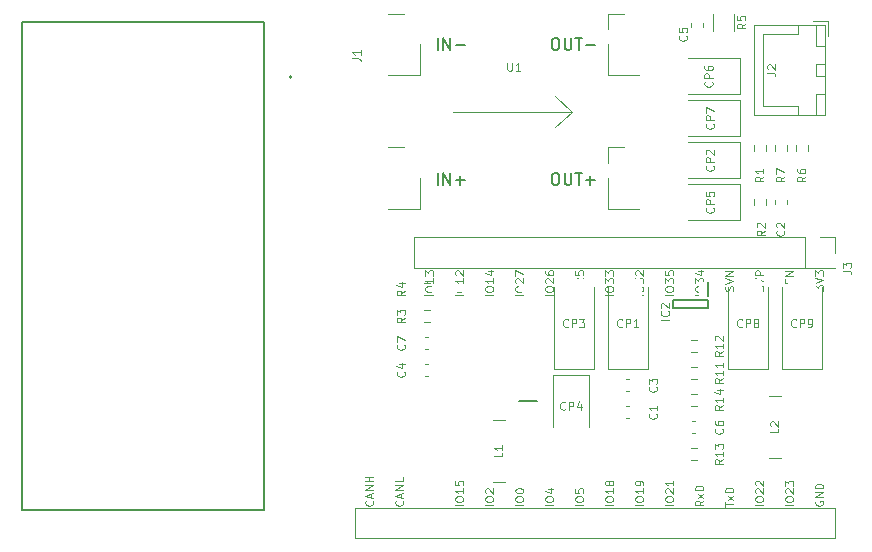
<source format=gto>
G04 #@! TF.GenerationSoftware,KiCad,Pcbnew,(5.1.10)-1*
G04 #@! TF.CreationDate,2021-08-06T13:57:32+02:00*
G04 #@! TF.ProjectId,pcb-esp32-power,7063622d-6573-4703-9332-2d706f776572,rev?*
G04 #@! TF.SameCoordinates,Original*
G04 #@! TF.FileFunction,Legend,Top*
G04 #@! TF.FilePolarity,Positive*
%FSLAX46Y46*%
G04 Gerber Fmt 4.6, Leading zero omitted, Abs format (unit mm)*
G04 Created by KiCad (PCBNEW (5.1.10)-1) date 2021-08-06 13:57:32*
%MOMM*%
%LPD*%
G01*
G04 APERTURE LIST*
%ADD10C,0.120000*%
%ADD11C,0.200000*%
%ADD12C,0.100000*%
%ADD13C,0.127000*%
%ADD14C,0.150000*%
%ADD15C,1.700000*%
%ADD16O,1.700000X1.700000*%
%ADD17R,1.700000X1.700000*%
%ADD18R,2.500000X4.200000*%
%ADD19R,0.600000X1.200000*%
%ADD20O,2.000000X1.700000*%
%ADD21R,1.525000X0.700000*%
%ADD22R,2.410000X4.570000*%
%ADD23R,2.150000X5.500000*%
%ADD24R,2.500000X2.500000*%
%ADD25C,2.500000*%
G04 APERTURE END LIST*
D10*
X151966000Y-97282000D02*
X150566000Y-98582000D01*
X151966000Y-97282000D02*
X150566000Y-95882000D01*
X141966000Y-97282000D02*
X151966000Y-97282000D01*
X136436000Y-94152000D02*
X139096000Y-94152000D01*
X136436000Y-88952000D02*
X137766000Y-88952000D01*
X139096000Y-91552000D02*
X139096000Y-94152000D01*
X155036000Y-90282000D02*
X155036000Y-88952000D01*
X155036000Y-101582000D02*
X155036000Y-100252000D01*
X155036000Y-91552000D02*
X155036000Y-94152000D01*
X155036000Y-102852000D02*
X155036000Y-105452000D01*
X139096000Y-102852000D02*
X139096000Y-105452000D01*
X155036000Y-88952000D02*
X156366000Y-88952000D01*
X136436000Y-100252000D02*
X137766000Y-100252000D01*
X155036000Y-100252000D02*
X156366000Y-100252000D01*
X155036000Y-94152000D02*
X157696000Y-94152000D01*
X136436000Y-105452000D02*
X139096000Y-105452000D01*
X155036000Y-105452000D02*
X157696000Y-105452000D01*
D11*
X163527000Y-113188000D02*
X163527000Y-113888000D01*
X163527000Y-113888000D02*
X160577000Y-113888000D01*
X160577000Y-113888000D02*
X160577000Y-113188000D01*
X160577000Y-113188000D02*
X163527000Y-113188000D01*
X163552000Y-111638000D02*
X163552000Y-112838000D01*
D10*
X173692000Y-89606000D02*
X172442000Y-89606000D01*
X173692000Y-90856000D02*
X173692000Y-89606000D01*
X168192000Y-96756000D02*
X168192000Y-93706000D01*
X171142000Y-96756000D02*
X168192000Y-96756000D01*
X171142000Y-97506000D02*
X171142000Y-96756000D01*
X168192000Y-90656000D02*
X168192000Y-93706000D01*
X171142000Y-90656000D02*
X168192000Y-90656000D01*
X171142000Y-89906000D02*
X171142000Y-90656000D01*
X173392000Y-97506000D02*
X173392000Y-95706000D01*
X172642000Y-97506000D02*
X173392000Y-97506000D01*
X172642000Y-95706000D02*
X172642000Y-97506000D01*
X173392000Y-95706000D02*
X172642000Y-95706000D01*
X173392000Y-91706000D02*
X173392000Y-89906000D01*
X172642000Y-91706000D02*
X173392000Y-91706000D01*
X172642000Y-89906000D02*
X172642000Y-91706000D01*
X173392000Y-89906000D02*
X172642000Y-89906000D01*
X173392000Y-94206000D02*
X173392000Y-93206000D01*
X172642000Y-94206000D02*
X173392000Y-94206000D01*
X172642000Y-93206000D02*
X172642000Y-94206000D01*
X173392000Y-93206000D02*
X172642000Y-93206000D01*
X173402000Y-97516000D02*
X173402000Y-89896000D01*
X167432000Y-97516000D02*
X173402000Y-97516000D01*
X167432000Y-89896000D02*
X167432000Y-97516000D01*
X173402000Y-89896000D02*
X167432000Y-89896000D01*
D11*
X149017000Y-121731000D02*
X147492000Y-121731000D01*
D12*
X145296000Y-128584000D02*
X146296000Y-128584000D01*
X145296000Y-123384000D02*
X146296000Y-123384000D01*
X169664000Y-126552000D02*
X168664000Y-126552000D01*
X169664000Y-121352000D02*
X168664000Y-121352000D01*
D10*
X174244000Y-133350000D02*
X133604000Y-133350000D01*
X174244000Y-130810000D02*
X133604000Y-130810000D01*
X133604000Y-130810000D02*
X133604000Y-133350000D01*
X138624000Y-107890000D02*
X138624000Y-110490000D01*
X171704000Y-107890000D02*
X138624000Y-107890000D01*
X174304000Y-110490000D02*
X138624000Y-110490000D01*
X171704000Y-107890000D02*
X171704000Y-110490000D01*
X171704000Y-110490000D02*
X174304000Y-110490000D01*
X174304000Y-130810000D02*
X174304000Y-133350000D01*
X172974000Y-107890000D02*
X174304000Y-107890000D01*
X174304000Y-107890000D02*
X174304000Y-109220000D01*
D11*
X128243000Y-94307000D02*
G75*
G03*
X128243000Y-94307000I-100000J0D01*
G01*
D13*
X105393000Y-89657000D02*
X125893000Y-89657000D01*
X105393000Y-130957000D02*
X105393000Y-89657000D01*
X125893000Y-130957000D02*
X105393000Y-130957000D01*
X125893000Y-89657000D02*
X125893000Y-130957000D01*
D10*
X156864267Y-123192000D02*
X156571733Y-123192000D01*
X156864267Y-122172000D02*
X156571733Y-122172000D01*
X170182000Y-105048267D02*
X170182000Y-104755733D01*
X169162000Y-105048267D02*
X169162000Y-104755733D01*
X156864267Y-120906000D02*
X156571733Y-120906000D01*
X156864267Y-119886000D02*
X156571733Y-119886000D01*
X139553733Y-119636000D02*
X139846267Y-119636000D01*
X139553733Y-118616000D02*
X139846267Y-118616000D01*
X163070000Y-90062267D02*
X163070000Y-89769733D01*
X162050000Y-90062267D02*
X162050000Y-89769733D01*
X162452267Y-124462000D02*
X162159733Y-124462000D01*
X162452267Y-123442000D02*
X162159733Y-123442000D01*
X139553733Y-117350000D02*
X139846267Y-117350000D01*
X139553733Y-116330000D02*
X139846267Y-116330000D01*
X158428000Y-118997000D02*
X158428000Y-112062000D01*
X155008000Y-118997000D02*
X158428000Y-118997000D01*
X155008000Y-112062000D02*
X155008000Y-118997000D01*
X166211000Y-99836000D02*
X161826000Y-99836000D01*
X166211000Y-102856000D02*
X166211000Y-99836000D01*
X161826000Y-102856000D02*
X166211000Y-102856000D01*
X150436000Y-112062000D02*
X150436000Y-118997000D01*
X150436000Y-118997000D02*
X153856000Y-118997000D01*
X153856000Y-118997000D02*
X153856000Y-112062000D01*
X153402000Y-123924000D02*
X153402000Y-119539000D01*
X153402000Y-119539000D02*
X150382000Y-119539000D01*
X150382000Y-119539000D02*
X150382000Y-123924000D01*
X166211000Y-103392000D02*
X161826000Y-103392000D01*
X166211000Y-106412000D02*
X166211000Y-103392000D01*
X161826000Y-106412000D02*
X166211000Y-106412000D01*
X161840000Y-95744000D02*
X166225000Y-95744000D01*
X166225000Y-95744000D02*
X166225000Y-92724000D01*
X166225000Y-92724000D02*
X161840000Y-92724000D01*
X166211000Y-96280000D02*
X161826000Y-96280000D01*
X166211000Y-99300000D02*
X166211000Y-96280000D01*
X161826000Y-99300000D02*
X166211000Y-99300000D01*
X165168000Y-112062000D02*
X165168000Y-118997000D01*
X165168000Y-118997000D02*
X168588000Y-118997000D01*
X168588000Y-118997000D02*
X168588000Y-112062000D01*
X173160000Y-118997000D02*
X173160000Y-112062000D01*
X169740000Y-118997000D02*
X173160000Y-118997000D01*
X169740000Y-112062000D02*
X169740000Y-118997000D01*
X167371500Y-100075276D02*
X167371500Y-100584724D01*
X168416500Y-100075276D02*
X168416500Y-100584724D01*
X168416500Y-105156724D02*
X168416500Y-104647276D01*
X167371500Y-105156724D02*
X167371500Y-104647276D01*
X139445276Y-114031500D02*
X139954724Y-114031500D01*
X139445276Y-115076500D02*
X139954724Y-115076500D01*
X139445276Y-111745500D02*
X139954724Y-111745500D01*
X139445276Y-112790500D02*
X139954724Y-112790500D01*
X165756000Y-90389064D02*
X165756000Y-88934936D01*
X163936000Y-90389064D02*
X163936000Y-88934936D01*
X170927500Y-100584724D02*
X170927500Y-100075276D01*
X171972500Y-100584724D02*
X171972500Y-100075276D01*
X170194500Y-100584724D02*
X170194500Y-100075276D01*
X169149500Y-100584724D02*
X169149500Y-100075276D01*
X162051276Y-119902500D02*
X162560724Y-119902500D01*
X162051276Y-118857500D02*
X162560724Y-118857500D01*
X162560724Y-117616500D02*
X162051276Y-117616500D01*
X162560724Y-116571500D02*
X162051276Y-116571500D01*
X162560724Y-126760500D02*
X162051276Y-126760500D01*
X162560724Y-125715500D02*
X162051276Y-125715500D01*
X162051276Y-122188500D02*
X162560724Y-122188500D01*
X162051276Y-121143500D02*
X162560724Y-121143500D01*
D12*
X146532666Y-93088666D02*
X146532666Y-93655333D01*
X146566000Y-93722000D01*
X146599333Y-93755333D01*
X146666000Y-93788666D01*
X146799333Y-93788666D01*
X146866000Y-93755333D01*
X146899333Y-93722000D01*
X146932666Y-93655333D01*
X146932666Y-93088666D01*
X147632666Y-93788666D02*
X147232666Y-93788666D01*
X147432666Y-93788666D02*
X147432666Y-93088666D01*
X147366000Y-93188666D01*
X147299333Y-93255333D01*
X147232666Y-93288666D01*
D14*
X140641595Y-103434380D02*
X140641595Y-102434380D01*
X141117785Y-103434380D02*
X141117785Y-102434380D01*
X141689214Y-103434380D01*
X141689214Y-102434380D01*
X142165404Y-103053428D02*
X142927309Y-103053428D01*
X142546357Y-103434380D02*
X142546357Y-102672476D01*
X140641595Y-92004380D02*
X140641595Y-91004380D01*
X141117785Y-92004380D02*
X141117785Y-91004380D01*
X141689214Y-92004380D01*
X141689214Y-91004380D01*
X142165404Y-91623428D02*
X142927309Y-91623428D01*
X150511833Y-102434380D02*
X150702309Y-102434380D01*
X150797547Y-102482000D01*
X150892785Y-102577238D01*
X150940404Y-102767714D01*
X150940404Y-103101047D01*
X150892785Y-103291523D01*
X150797547Y-103386761D01*
X150702309Y-103434380D01*
X150511833Y-103434380D01*
X150416595Y-103386761D01*
X150321357Y-103291523D01*
X150273738Y-103101047D01*
X150273738Y-102767714D01*
X150321357Y-102577238D01*
X150416595Y-102482000D01*
X150511833Y-102434380D01*
X151368976Y-102434380D02*
X151368976Y-103243904D01*
X151416595Y-103339142D01*
X151464214Y-103386761D01*
X151559452Y-103434380D01*
X151749928Y-103434380D01*
X151845166Y-103386761D01*
X151892785Y-103339142D01*
X151940404Y-103243904D01*
X151940404Y-102434380D01*
X152273738Y-102434380D02*
X152845166Y-102434380D01*
X152559452Y-103434380D02*
X152559452Y-102434380D01*
X153178500Y-103053428D02*
X153940404Y-103053428D01*
X153559452Y-103434380D02*
X153559452Y-102672476D01*
X150511833Y-91004380D02*
X150702309Y-91004380D01*
X150797547Y-91052000D01*
X150892785Y-91147238D01*
X150940404Y-91337714D01*
X150940404Y-91671047D01*
X150892785Y-91861523D01*
X150797547Y-91956761D01*
X150702309Y-92004380D01*
X150511833Y-92004380D01*
X150416595Y-91956761D01*
X150321357Y-91861523D01*
X150273738Y-91671047D01*
X150273738Y-91337714D01*
X150321357Y-91147238D01*
X150416595Y-91052000D01*
X150511833Y-91004380D01*
X151368976Y-91004380D02*
X151368976Y-91813904D01*
X151416595Y-91909142D01*
X151464214Y-91956761D01*
X151559452Y-92004380D01*
X151749928Y-92004380D01*
X151845166Y-91956761D01*
X151892785Y-91909142D01*
X151940404Y-91813904D01*
X151940404Y-91004380D01*
X152273738Y-91004380D02*
X152845166Y-91004380D01*
X152559452Y-92004380D02*
X152559452Y-91004380D01*
X153178500Y-91623428D02*
X153940404Y-91623428D01*
D12*
X160209666Y-114856333D02*
X159509666Y-114856333D01*
X160143000Y-114123000D02*
X160176333Y-114156333D01*
X160209666Y-114256333D01*
X160209666Y-114323000D01*
X160176333Y-114423000D01*
X160109666Y-114489666D01*
X160043000Y-114523000D01*
X159909666Y-114556333D01*
X159809666Y-114556333D01*
X159676333Y-114523000D01*
X159609666Y-114489666D01*
X159543000Y-114423000D01*
X159509666Y-114323000D01*
X159509666Y-114256333D01*
X159543000Y-114156333D01*
X159576333Y-114123000D01*
X159576333Y-113856333D02*
X159543000Y-113823000D01*
X159509666Y-113756333D01*
X159509666Y-113589666D01*
X159543000Y-113523000D01*
X159576333Y-113489666D01*
X159643000Y-113456333D01*
X159709666Y-113456333D01*
X159809666Y-113489666D01*
X160209666Y-113889666D01*
X160209666Y-113456333D01*
X168526666Y-93939333D02*
X169026666Y-93939333D01*
X169126666Y-93972666D01*
X169193333Y-94039333D01*
X169226666Y-94139333D01*
X169226666Y-94206000D01*
X168593333Y-93639333D02*
X168560000Y-93606000D01*
X168526666Y-93539333D01*
X168526666Y-93372666D01*
X168560000Y-93306000D01*
X168593333Y-93272666D01*
X168660000Y-93239333D01*
X168726666Y-93239333D01*
X168826666Y-93272666D01*
X169226666Y-93672666D01*
X169226666Y-93239333D01*
X144858666Y-116902666D02*
X144858666Y-116202666D01*
X145592000Y-116836000D02*
X145558666Y-116869333D01*
X145458666Y-116902666D01*
X145392000Y-116902666D01*
X145292000Y-116869333D01*
X145225333Y-116802666D01*
X145192000Y-116736000D01*
X145158666Y-116602666D01*
X145158666Y-116502666D01*
X145192000Y-116369333D01*
X145225333Y-116302666D01*
X145292000Y-116236000D01*
X145392000Y-116202666D01*
X145458666Y-116202666D01*
X145558666Y-116236000D01*
X145592000Y-116269333D01*
X146258666Y-116902666D02*
X145858666Y-116902666D01*
X146058666Y-116902666D02*
X146058666Y-116202666D01*
X145992000Y-116302666D01*
X145925333Y-116369333D01*
X145858666Y-116402666D01*
X146112666Y-126100666D02*
X146112666Y-126434000D01*
X145412666Y-126434000D01*
X146112666Y-125500666D02*
X146112666Y-125900666D01*
X146112666Y-125700666D02*
X145412666Y-125700666D01*
X145512666Y-125767333D01*
X145579333Y-125834000D01*
X145612666Y-125900666D01*
X169480666Y-124068666D02*
X169480666Y-124402000D01*
X168780666Y-124402000D01*
X168847333Y-123868666D02*
X168814000Y-123835333D01*
X168780666Y-123768666D01*
X168780666Y-123602000D01*
X168814000Y-123535333D01*
X168847333Y-123502000D01*
X168914000Y-123468666D01*
X168980666Y-123468666D01*
X169080666Y-123502000D01*
X169480666Y-123902000D01*
X169480666Y-123468666D01*
X174920666Y-110723333D02*
X175420666Y-110723333D01*
X175520666Y-110756666D01*
X175587333Y-110823333D01*
X175620666Y-110923333D01*
X175620666Y-110990000D01*
X174920666Y-110456666D02*
X174920666Y-110023333D01*
X175187333Y-110256666D01*
X175187333Y-110156666D01*
X175220666Y-110090000D01*
X175254000Y-110056666D01*
X175320666Y-110023333D01*
X175487333Y-110023333D01*
X175554000Y-110056666D01*
X175587333Y-110090000D01*
X175620666Y-110156666D01*
X175620666Y-110356666D01*
X175587333Y-110423333D01*
X175554000Y-110456666D01*
X172590666Y-112388333D02*
X172590666Y-111955000D01*
X172857333Y-112188333D01*
X172857333Y-112088333D01*
X172890666Y-112021666D01*
X172924000Y-111988333D01*
X172990666Y-111955000D01*
X173157333Y-111955000D01*
X173224000Y-111988333D01*
X173257333Y-112021666D01*
X173290666Y-112088333D01*
X173290666Y-112288333D01*
X173257333Y-112355000D01*
X173224000Y-112388333D01*
X172590666Y-111755000D02*
X173290666Y-111521666D01*
X172590666Y-111288333D01*
X172590666Y-111121666D02*
X172590666Y-110688333D01*
X172857333Y-110921666D01*
X172857333Y-110821666D01*
X172890666Y-110755000D01*
X172924000Y-110721666D01*
X172990666Y-110688333D01*
X173157333Y-110688333D01*
X173224000Y-110721666D01*
X173257333Y-110755000D01*
X173290666Y-110821666D01*
X173290666Y-111021666D01*
X173257333Y-111088333D01*
X173224000Y-111121666D01*
X170384000Y-111755000D02*
X170384000Y-111521666D01*
X170750666Y-111421666D02*
X170750666Y-111755000D01*
X170050666Y-111755000D01*
X170050666Y-111421666D01*
X170750666Y-111121666D02*
X170050666Y-111121666D01*
X170750666Y-110721666D01*
X170050666Y-110721666D01*
X168177333Y-112388333D02*
X168210666Y-112288333D01*
X168210666Y-112121666D01*
X168177333Y-112055000D01*
X168144000Y-112021666D01*
X168077333Y-111988333D01*
X168010666Y-111988333D01*
X167944000Y-112021666D01*
X167910666Y-112055000D01*
X167877333Y-112121666D01*
X167844000Y-112255000D01*
X167810666Y-112321666D01*
X167777333Y-112355000D01*
X167710666Y-112388333D01*
X167644000Y-112388333D01*
X167577333Y-112355000D01*
X167544000Y-112321666D01*
X167510666Y-112255000D01*
X167510666Y-112088333D01*
X167544000Y-111988333D01*
X167510666Y-111788333D02*
X168210666Y-111555000D01*
X167510666Y-111321666D01*
X168210666Y-111088333D02*
X167510666Y-111088333D01*
X167510666Y-110821666D01*
X167544000Y-110755000D01*
X167577333Y-110721666D01*
X167644000Y-110688333D01*
X167744000Y-110688333D01*
X167810666Y-110721666D01*
X167844000Y-110755000D01*
X167877333Y-110821666D01*
X167877333Y-111088333D01*
X165637333Y-112421666D02*
X165670666Y-112321666D01*
X165670666Y-112155000D01*
X165637333Y-112088333D01*
X165604000Y-112055000D01*
X165537333Y-112021666D01*
X165470666Y-112021666D01*
X165404000Y-112055000D01*
X165370666Y-112088333D01*
X165337333Y-112155000D01*
X165304000Y-112288333D01*
X165270666Y-112355000D01*
X165237333Y-112388333D01*
X165170666Y-112421666D01*
X165104000Y-112421666D01*
X165037333Y-112388333D01*
X165004000Y-112355000D01*
X164970666Y-112288333D01*
X164970666Y-112121666D01*
X165004000Y-112021666D01*
X164970666Y-111821666D02*
X165670666Y-111588333D01*
X164970666Y-111355000D01*
X165670666Y-111121666D02*
X164970666Y-111121666D01*
X165670666Y-110721666D01*
X164970666Y-110721666D01*
X163130666Y-112788333D02*
X162430666Y-112788333D01*
X162430666Y-112321666D02*
X162430666Y-112188333D01*
X162464000Y-112121666D01*
X162530666Y-112055000D01*
X162664000Y-112021666D01*
X162897333Y-112021666D01*
X163030666Y-112055000D01*
X163097333Y-112121666D01*
X163130666Y-112188333D01*
X163130666Y-112321666D01*
X163097333Y-112388333D01*
X163030666Y-112455000D01*
X162897333Y-112488333D01*
X162664000Y-112488333D01*
X162530666Y-112455000D01*
X162464000Y-112388333D01*
X162430666Y-112321666D01*
X162430666Y-111788333D02*
X162430666Y-111355000D01*
X162697333Y-111588333D01*
X162697333Y-111488333D01*
X162730666Y-111421666D01*
X162764000Y-111388333D01*
X162830666Y-111355000D01*
X162997333Y-111355000D01*
X163064000Y-111388333D01*
X163097333Y-111421666D01*
X163130666Y-111488333D01*
X163130666Y-111688333D01*
X163097333Y-111755000D01*
X163064000Y-111788333D01*
X162664000Y-110755000D02*
X163130666Y-110755000D01*
X162397333Y-110921666D02*
X162897333Y-111088333D01*
X162897333Y-110655000D01*
X160590666Y-112788333D02*
X159890666Y-112788333D01*
X159890666Y-112321666D02*
X159890666Y-112188333D01*
X159924000Y-112121666D01*
X159990666Y-112055000D01*
X160124000Y-112021666D01*
X160357333Y-112021666D01*
X160490666Y-112055000D01*
X160557333Y-112121666D01*
X160590666Y-112188333D01*
X160590666Y-112321666D01*
X160557333Y-112388333D01*
X160490666Y-112455000D01*
X160357333Y-112488333D01*
X160124000Y-112488333D01*
X159990666Y-112455000D01*
X159924000Y-112388333D01*
X159890666Y-112321666D01*
X159890666Y-111788333D02*
X159890666Y-111355000D01*
X160157333Y-111588333D01*
X160157333Y-111488333D01*
X160190666Y-111421666D01*
X160224000Y-111388333D01*
X160290666Y-111355000D01*
X160457333Y-111355000D01*
X160524000Y-111388333D01*
X160557333Y-111421666D01*
X160590666Y-111488333D01*
X160590666Y-111688333D01*
X160557333Y-111755000D01*
X160524000Y-111788333D01*
X159890666Y-110721666D02*
X159890666Y-111055000D01*
X160224000Y-111088333D01*
X160190666Y-111055000D01*
X160157333Y-110988333D01*
X160157333Y-110821666D01*
X160190666Y-110755000D01*
X160224000Y-110721666D01*
X160290666Y-110688333D01*
X160457333Y-110688333D01*
X160524000Y-110721666D01*
X160557333Y-110755000D01*
X160590666Y-110821666D01*
X160590666Y-110988333D01*
X160557333Y-111055000D01*
X160524000Y-111088333D01*
X158050666Y-112788333D02*
X157350666Y-112788333D01*
X157350666Y-112321666D02*
X157350666Y-112188333D01*
X157384000Y-112121666D01*
X157450666Y-112055000D01*
X157584000Y-112021666D01*
X157817333Y-112021666D01*
X157950666Y-112055000D01*
X158017333Y-112121666D01*
X158050666Y-112188333D01*
X158050666Y-112321666D01*
X158017333Y-112388333D01*
X157950666Y-112455000D01*
X157817333Y-112488333D01*
X157584000Y-112488333D01*
X157450666Y-112455000D01*
X157384000Y-112388333D01*
X157350666Y-112321666D01*
X157350666Y-111788333D02*
X157350666Y-111355000D01*
X157617333Y-111588333D01*
X157617333Y-111488333D01*
X157650666Y-111421666D01*
X157684000Y-111388333D01*
X157750666Y-111355000D01*
X157917333Y-111355000D01*
X157984000Y-111388333D01*
X158017333Y-111421666D01*
X158050666Y-111488333D01*
X158050666Y-111688333D01*
X158017333Y-111755000D01*
X157984000Y-111788333D01*
X157417333Y-111088333D02*
X157384000Y-111055000D01*
X157350666Y-110988333D01*
X157350666Y-110821666D01*
X157384000Y-110755000D01*
X157417333Y-110721666D01*
X157484000Y-110688333D01*
X157550666Y-110688333D01*
X157650666Y-110721666D01*
X158050666Y-111121666D01*
X158050666Y-110688333D01*
X155510666Y-112788333D02*
X154810666Y-112788333D01*
X154810666Y-112321666D02*
X154810666Y-112188333D01*
X154844000Y-112121666D01*
X154910666Y-112055000D01*
X155044000Y-112021666D01*
X155277333Y-112021666D01*
X155410666Y-112055000D01*
X155477333Y-112121666D01*
X155510666Y-112188333D01*
X155510666Y-112321666D01*
X155477333Y-112388333D01*
X155410666Y-112455000D01*
X155277333Y-112488333D01*
X155044000Y-112488333D01*
X154910666Y-112455000D01*
X154844000Y-112388333D01*
X154810666Y-112321666D01*
X154810666Y-111788333D02*
X154810666Y-111355000D01*
X155077333Y-111588333D01*
X155077333Y-111488333D01*
X155110666Y-111421666D01*
X155144000Y-111388333D01*
X155210666Y-111355000D01*
X155377333Y-111355000D01*
X155444000Y-111388333D01*
X155477333Y-111421666D01*
X155510666Y-111488333D01*
X155510666Y-111688333D01*
X155477333Y-111755000D01*
X155444000Y-111788333D01*
X154810666Y-111121666D02*
X154810666Y-110688333D01*
X155077333Y-110921666D01*
X155077333Y-110821666D01*
X155110666Y-110755000D01*
X155144000Y-110721666D01*
X155210666Y-110688333D01*
X155377333Y-110688333D01*
X155444000Y-110721666D01*
X155477333Y-110755000D01*
X155510666Y-110821666D01*
X155510666Y-111021666D01*
X155477333Y-111088333D01*
X155444000Y-111121666D01*
X152970666Y-112788333D02*
X152270666Y-112788333D01*
X152270666Y-112321666D02*
X152270666Y-112188333D01*
X152304000Y-112121666D01*
X152370666Y-112055000D01*
X152504000Y-112021666D01*
X152737333Y-112021666D01*
X152870666Y-112055000D01*
X152937333Y-112121666D01*
X152970666Y-112188333D01*
X152970666Y-112321666D01*
X152937333Y-112388333D01*
X152870666Y-112455000D01*
X152737333Y-112488333D01*
X152504000Y-112488333D01*
X152370666Y-112455000D01*
X152304000Y-112388333D01*
X152270666Y-112321666D01*
X152337333Y-111755000D02*
X152304000Y-111721666D01*
X152270666Y-111655000D01*
X152270666Y-111488333D01*
X152304000Y-111421666D01*
X152337333Y-111388333D01*
X152404000Y-111355000D01*
X152470666Y-111355000D01*
X152570666Y-111388333D01*
X152970666Y-111788333D01*
X152970666Y-111355000D01*
X152270666Y-110721666D02*
X152270666Y-111055000D01*
X152604000Y-111088333D01*
X152570666Y-111055000D01*
X152537333Y-110988333D01*
X152537333Y-110821666D01*
X152570666Y-110755000D01*
X152604000Y-110721666D01*
X152670666Y-110688333D01*
X152837333Y-110688333D01*
X152904000Y-110721666D01*
X152937333Y-110755000D01*
X152970666Y-110821666D01*
X152970666Y-110988333D01*
X152937333Y-111055000D01*
X152904000Y-111088333D01*
X150430666Y-112788333D02*
X149730666Y-112788333D01*
X149730666Y-112321666D02*
X149730666Y-112188333D01*
X149764000Y-112121666D01*
X149830666Y-112055000D01*
X149964000Y-112021666D01*
X150197333Y-112021666D01*
X150330666Y-112055000D01*
X150397333Y-112121666D01*
X150430666Y-112188333D01*
X150430666Y-112321666D01*
X150397333Y-112388333D01*
X150330666Y-112455000D01*
X150197333Y-112488333D01*
X149964000Y-112488333D01*
X149830666Y-112455000D01*
X149764000Y-112388333D01*
X149730666Y-112321666D01*
X149797333Y-111755000D02*
X149764000Y-111721666D01*
X149730666Y-111655000D01*
X149730666Y-111488333D01*
X149764000Y-111421666D01*
X149797333Y-111388333D01*
X149864000Y-111355000D01*
X149930666Y-111355000D01*
X150030666Y-111388333D01*
X150430666Y-111788333D01*
X150430666Y-111355000D01*
X149730666Y-110755000D02*
X149730666Y-110888333D01*
X149764000Y-110955000D01*
X149797333Y-110988333D01*
X149897333Y-111055000D01*
X150030666Y-111088333D01*
X150297333Y-111088333D01*
X150364000Y-111055000D01*
X150397333Y-111021666D01*
X150430666Y-110955000D01*
X150430666Y-110821666D01*
X150397333Y-110755000D01*
X150364000Y-110721666D01*
X150297333Y-110688333D01*
X150130666Y-110688333D01*
X150064000Y-110721666D01*
X150030666Y-110755000D01*
X149997333Y-110821666D01*
X149997333Y-110955000D01*
X150030666Y-111021666D01*
X150064000Y-111055000D01*
X150130666Y-111088333D01*
X147890666Y-112788333D02*
X147190666Y-112788333D01*
X147190666Y-112321666D02*
X147190666Y-112188333D01*
X147224000Y-112121666D01*
X147290666Y-112055000D01*
X147424000Y-112021666D01*
X147657333Y-112021666D01*
X147790666Y-112055000D01*
X147857333Y-112121666D01*
X147890666Y-112188333D01*
X147890666Y-112321666D01*
X147857333Y-112388333D01*
X147790666Y-112455000D01*
X147657333Y-112488333D01*
X147424000Y-112488333D01*
X147290666Y-112455000D01*
X147224000Y-112388333D01*
X147190666Y-112321666D01*
X147257333Y-111755000D02*
X147224000Y-111721666D01*
X147190666Y-111655000D01*
X147190666Y-111488333D01*
X147224000Y-111421666D01*
X147257333Y-111388333D01*
X147324000Y-111355000D01*
X147390666Y-111355000D01*
X147490666Y-111388333D01*
X147890666Y-111788333D01*
X147890666Y-111355000D01*
X147190666Y-111121666D02*
X147190666Y-110655000D01*
X147890666Y-110955000D01*
X145350666Y-112788333D02*
X144650666Y-112788333D01*
X144650666Y-112321666D02*
X144650666Y-112188333D01*
X144684000Y-112121666D01*
X144750666Y-112055000D01*
X144884000Y-112021666D01*
X145117333Y-112021666D01*
X145250666Y-112055000D01*
X145317333Y-112121666D01*
X145350666Y-112188333D01*
X145350666Y-112321666D01*
X145317333Y-112388333D01*
X145250666Y-112455000D01*
X145117333Y-112488333D01*
X144884000Y-112488333D01*
X144750666Y-112455000D01*
X144684000Y-112388333D01*
X144650666Y-112321666D01*
X145350666Y-111355000D02*
X145350666Y-111755000D01*
X145350666Y-111555000D02*
X144650666Y-111555000D01*
X144750666Y-111621666D01*
X144817333Y-111688333D01*
X144850666Y-111755000D01*
X144884000Y-110755000D02*
X145350666Y-110755000D01*
X144617333Y-110921666D02*
X145117333Y-111088333D01*
X145117333Y-110655000D01*
X142810666Y-112788333D02*
X142110666Y-112788333D01*
X142110666Y-112321666D02*
X142110666Y-112188333D01*
X142144000Y-112121666D01*
X142210666Y-112055000D01*
X142344000Y-112021666D01*
X142577333Y-112021666D01*
X142710666Y-112055000D01*
X142777333Y-112121666D01*
X142810666Y-112188333D01*
X142810666Y-112321666D01*
X142777333Y-112388333D01*
X142710666Y-112455000D01*
X142577333Y-112488333D01*
X142344000Y-112488333D01*
X142210666Y-112455000D01*
X142144000Y-112388333D01*
X142110666Y-112321666D01*
X142810666Y-111355000D02*
X142810666Y-111755000D01*
X142810666Y-111555000D02*
X142110666Y-111555000D01*
X142210666Y-111621666D01*
X142277333Y-111688333D01*
X142310666Y-111755000D01*
X142177333Y-111088333D02*
X142144000Y-111055000D01*
X142110666Y-110988333D01*
X142110666Y-110821666D01*
X142144000Y-110755000D01*
X142177333Y-110721666D01*
X142244000Y-110688333D01*
X142310666Y-110688333D01*
X142410666Y-110721666D01*
X142810666Y-111121666D01*
X142810666Y-110688333D01*
X140270666Y-112788333D02*
X139570666Y-112788333D01*
X139570666Y-112321666D02*
X139570666Y-112188333D01*
X139604000Y-112121666D01*
X139670666Y-112055000D01*
X139804000Y-112021666D01*
X140037333Y-112021666D01*
X140170666Y-112055000D01*
X140237333Y-112121666D01*
X140270666Y-112188333D01*
X140270666Y-112321666D01*
X140237333Y-112388333D01*
X140170666Y-112455000D01*
X140037333Y-112488333D01*
X139804000Y-112488333D01*
X139670666Y-112455000D01*
X139604000Y-112388333D01*
X139570666Y-112321666D01*
X140270666Y-111355000D02*
X140270666Y-111755000D01*
X140270666Y-111555000D02*
X139570666Y-111555000D01*
X139670666Y-111621666D01*
X139737333Y-111688333D01*
X139770666Y-111755000D01*
X139570666Y-111121666D02*
X139570666Y-110688333D01*
X139837333Y-110921666D01*
X139837333Y-110821666D01*
X139870666Y-110755000D01*
X139904000Y-110721666D01*
X139970666Y-110688333D01*
X140137333Y-110688333D01*
X140204000Y-110721666D01*
X140237333Y-110755000D01*
X140270666Y-110821666D01*
X140270666Y-111021666D01*
X140237333Y-111088333D01*
X140204000Y-111121666D01*
X172624000Y-130211666D02*
X172590666Y-130278333D01*
X172590666Y-130378333D01*
X172624000Y-130478333D01*
X172690666Y-130545000D01*
X172757333Y-130578333D01*
X172890666Y-130611666D01*
X172990666Y-130611666D01*
X173124000Y-130578333D01*
X173190666Y-130545000D01*
X173257333Y-130478333D01*
X173290666Y-130378333D01*
X173290666Y-130311666D01*
X173257333Y-130211666D01*
X173224000Y-130178333D01*
X172990666Y-130178333D01*
X172990666Y-130311666D01*
X173290666Y-129878333D02*
X172590666Y-129878333D01*
X173290666Y-129478333D01*
X172590666Y-129478333D01*
X173290666Y-129145000D02*
X172590666Y-129145000D01*
X172590666Y-128978333D01*
X172624000Y-128878333D01*
X172690666Y-128811666D01*
X172757333Y-128778333D01*
X172890666Y-128745000D01*
X172990666Y-128745000D01*
X173124000Y-128778333D01*
X173190666Y-128811666D01*
X173257333Y-128878333D01*
X173290666Y-128978333D01*
X173290666Y-129145000D01*
X170750666Y-130578333D02*
X170050666Y-130578333D01*
X170050666Y-130111666D02*
X170050666Y-129978333D01*
X170084000Y-129911666D01*
X170150666Y-129845000D01*
X170284000Y-129811666D01*
X170517333Y-129811666D01*
X170650666Y-129845000D01*
X170717333Y-129911666D01*
X170750666Y-129978333D01*
X170750666Y-130111666D01*
X170717333Y-130178333D01*
X170650666Y-130245000D01*
X170517333Y-130278333D01*
X170284000Y-130278333D01*
X170150666Y-130245000D01*
X170084000Y-130178333D01*
X170050666Y-130111666D01*
X170117333Y-129545000D02*
X170084000Y-129511666D01*
X170050666Y-129445000D01*
X170050666Y-129278333D01*
X170084000Y-129211666D01*
X170117333Y-129178333D01*
X170184000Y-129145000D01*
X170250666Y-129145000D01*
X170350666Y-129178333D01*
X170750666Y-129578333D01*
X170750666Y-129145000D01*
X170050666Y-128911666D02*
X170050666Y-128478333D01*
X170317333Y-128711666D01*
X170317333Y-128611666D01*
X170350666Y-128545000D01*
X170384000Y-128511666D01*
X170450666Y-128478333D01*
X170617333Y-128478333D01*
X170684000Y-128511666D01*
X170717333Y-128545000D01*
X170750666Y-128611666D01*
X170750666Y-128811666D01*
X170717333Y-128878333D01*
X170684000Y-128911666D01*
X168210666Y-130578333D02*
X167510666Y-130578333D01*
X167510666Y-130111666D02*
X167510666Y-129978333D01*
X167544000Y-129911666D01*
X167610666Y-129845000D01*
X167744000Y-129811666D01*
X167977333Y-129811666D01*
X168110666Y-129845000D01*
X168177333Y-129911666D01*
X168210666Y-129978333D01*
X168210666Y-130111666D01*
X168177333Y-130178333D01*
X168110666Y-130245000D01*
X167977333Y-130278333D01*
X167744000Y-130278333D01*
X167610666Y-130245000D01*
X167544000Y-130178333D01*
X167510666Y-130111666D01*
X167577333Y-129545000D02*
X167544000Y-129511666D01*
X167510666Y-129445000D01*
X167510666Y-129278333D01*
X167544000Y-129211666D01*
X167577333Y-129178333D01*
X167644000Y-129145000D01*
X167710666Y-129145000D01*
X167810666Y-129178333D01*
X168210666Y-129578333D01*
X168210666Y-129145000D01*
X167577333Y-128878333D02*
X167544000Y-128845000D01*
X167510666Y-128778333D01*
X167510666Y-128611666D01*
X167544000Y-128545000D01*
X167577333Y-128511666D01*
X167644000Y-128478333D01*
X167710666Y-128478333D01*
X167810666Y-128511666D01*
X168210666Y-128911666D01*
X168210666Y-128478333D01*
X164970666Y-130678333D02*
X164970666Y-130278333D01*
X165670666Y-130478333D02*
X164970666Y-130478333D01*
X165670666Y-130111666D02*
X165204000Y-129745000D01*
X165204000Y-130111666D02*
X165670666Y-129745000D01*
X165670666Y-129478333D02*
X164970666Y-129478333D01*
X164970666Y-129311666D01*
X165004000Y-129211666D01*
X165070666Y-129145000D01*
X165137333Y-129111666D01*
X165270666Y-129078333D01*
X165370666Y-129078333D01*
X165504000Y-129111666D01*
X165570666Y-129145000D01*
X165637333Y-129211666D01*
X165670666Y-129311666D01*
X165670666Y-129478333D01*
X163130666Y-130178333D02*
X162797333Y-130411666D01*
X163130666Y-130578333D02*
X162430666Y-130578333D01*
X162430666Y-130311666D01*
X162464000Y-130245000D01*
X162497333Y-130211666D01*
X162564000Y-130178333D01*
X162664000Y-130178333D01*
X162730666Y-130211666D01*
X162764000Y-130245000D01*
X162797333Y-130311666D01*
X162797333Y-130578333D01*
X163130666Y-129945000D02*
X162664000Y-129578333D01*
X162664000Y-129945000D02*
X163130666Y-129578333D01*
X163130666Y-129311666D02*
X162430666Y-129311666D01*
X162430666Y-129145000D01*
X162464000Y-129045000D01*
X162530666Y-128978333D01*
X162597333Y-128945000D01*
X162730666Y-128911666D01*
X162830666Y-128911666D01*
X162964000Y-128945000D01*
X163030666Y-128978333D01*
X163097333Y-129045000D01*
X163130666Y-129145000D01*
X163130666Y-129311666D01*
X160590666Y-130578333D02*
X159890666Y-130578333D01*
X159890666Y-130111666D02*
X159890666Y-129978333D01*
X159924000Y-129911666D01*
X159990666Y-129845000D01*
X160124000Y-129811666D01*
X160357333Y-129811666D01*
X160490666Y-129845000D01*
X160557333Y-129911666D01*
X160590666Y-129978333D01*
X160590666Y-130111666D01*
X160557333Y-130178333D01*
X160490666Y-130245000D01*
X160357333Y-130278333D01*
X160124000Y-130278333D01*
X159990666Y-130245000D01*
X159924000Y-130178333D01*
X159890666Y-130111666D01*
X159957333Y-129545000D02*
X159924000Y-129511666D01*
X159890666Y-129445000D01*
X159890666Y-129278333D01*
X159924000Y-129211666D01*
X159957333Y-129178333D01*
X160024000Y-129145000D01*
X160090666Y-129145000D01*
X160190666Y-129178333D01*
X160590666Y-129578333D01*
X160590666Y-129145000D01*
X160590666Y-128478333D02*
X160590666Y-128878333D01*
X160590666Y-128678333D02*
X159890666Y-128678333D01*
X159990666Y-128745000D01*
X160057333Y-128811666D01*
X160090666Y-128878333D01*
X158050666Y-130578333D02*
X157350666Y-130578333D01*
X157350666Y-130111666D02*
X157350666Y-129978333D01*
X157384000Y-129911666D01*
X157450666Y-129845000D01*
X157584000Y-129811666D01*
X157817333Y-129811666D01*
X157950666Y-129845000D01*
X158017333Y-129911666D01*
X158050666Y-129978333D01*
X158050666Y-130111666D01*
X158017333Y-130178333D01*
X157950666Y-130245000D01*
X157817333Y-130278333D01*
X157584000Y-130278333D01*
X157450666Y-130245000D01*
X157384000Y-130178333D01*
X157350666Y-130111666D01*
X158050666Y-129145000D02*
X158050666Y-129545000D01*
X158050666Y-129345000D02*
X157350666Y-129345000D01*
X157450666Y-129411666D01*
X157517333Y-129478333D01*
X157550666Y-129545000D01*
X158050666Y-128811666D02*
X158050666Y-128678333D01*
X158017333Y-128611666D01*
X157984000Y-128578333D01*
X157884000Y-128511666D01*
X157750666Y-128478333D01*
X157484000Y-128478333D01*
X157417333Y-128511666D01*
X157384000Y-128545000D01*
X157350666Y-128611666D01*
X157350666Y-128745000D01*
X157384000Y-128811666D01*
X157417333Y-128845000D01*
X157484000Y-128878333D01*
X157650666Y-128878333D01*
X157717333Y-128845000D01*
X157750666Y-128811666D01*
X157784000Y-128745000D01*
X157784000Y-128611666D01*
X157750666Y-128545000D01*
X157717333Y-128511666D01*
X157650666Y-128478333D01*
X155510666Y-130578333D02*
X154810666Y-130578333D01*
X154810666Y-130111666D02*
X154810666Y-129978333D01*
X154844000Y-129911666D01*
X154910666Y-129845000D01*
X155044000Y-129811666D01*
X155277333Y-129811666D01*
X155410666Y-129845000D01*
X155477333Y-129911666D01*
X155510666Y-129978333D01*
X155510666Y-130111666D01*
X155477333Y-130178333D01*
X155410666Y-130245000D01*
X155277333Y-130278333D01*
X155044000Y-130278333D01*
X154910666Y-130245000D01*
X154844000Y-130178333D01*
X154810666Y-130111666D01*
X155510666Y-129145000D02*
X155510666Y-129545000D01*
X155510666Y-129345000D02*
X154810666Y-129345000D01*
X154910666Y-129411666D01*
X154977333Y-129478333D01*
X155010666Y-129545000D01*
X155110666Y-128745000D02*
X155077333Y-128811666D01*
X155044000Y-128845000D01*
X154977333Y-128878333D01*
X154944000Y-128878333D01*
X154877333Y-128845000D01*
X154844000Y-128811666D01*
X154810666Y-128745000D01*
X154810666Y-128611666D01*
X154844000Y-128545000D01*
X154877333Y-128511666D01*
X154944000Y-128478333D01*
X154977333Y-128478333D01*
X155044000Y-128511666D01*
X155077333Y-128545000D01*
X155110666Y-128611666D01*
X155110666Y-128745000D01*
X155144000Y-128811666D01*
X155177333Y-128845000D01*
X155244000Y-128878333D01*
X155377333Y-128878333D01*
X155444000Y-128845000D01*
X155477333Y-128811666D01*
X155510666Y-128745000D01*
X155510666Y-128611666D01*
X155477333Y-128545000D01*
X155444000Y-128511666D01*
X155377333Y-128478333D01*
X155244000Y-128478333D01*
X155177333Y-128511666D01*
X155144000Y-128545000D01*
X155110666Y-128611666D01*
X152970666Y-130578333D02*
X152270666Y-130578333D01*
X152270666Y-130111666D02*
X152270666Y-129978333D01*
X152304000Y-129911666D01*
X152370666Y-129845000D01*
X152504000Y-129811666D01*
X152737333Y-129811666D01*
X152870666Y-129845000D01*
X152937333Y-129911666D01*
X152970666Y-129978333D01*
X152970666Y-130111666D01*
X152937333Y-130178333D01*
X152870666Y-130245000D01*
X152737333Y-130278333D01*
X152504000Y-130278333D01*
X152370666Y-130245000D01*
X152304000Y-130178333D01*
X152270666Y-130111666D01*
X152270666Y-129178333D02*
X152270666Y-129511666D01*
X152604000Y-129545000D01*
X152570666Y-129511666D01*
X152537333Y-129445000D01*
X152537333Y-129278333D01*
X152570666Y-129211666D01*
X152604000Y-129178333D01*
X152670666Y-129145000D01*
X152837333Y-129145000D01*
X152904000Y-129178333D01*
X152937333Y-129211666D01*
X152970666Y-129278333D01*
X152970666Y-129445000D01*
X152937333Y-129511666D01*
X152904000Y-129545000D01*
X150430666Y-130578333D02*
X149730666Y-130578333D01*
X149730666Y-130111666D02*
X149730666Y-129978333D01*
X149764000Y-129911666D01*
X149830666Y-129845000D01*
X149964000Y-129811666D01*
X150197333Y-129811666D01*
X150330666Y-129845000D01*
X150397333Y-129911666D01*
X150430666Y-129978333D01*
X150430666Y-130111666D01*
X150397333Y-130178333D01*
X150330666Y-130245000D01*
X150197333Y-130278333D01*
X149964000Y-130278333D01*
X149830666Y-130245000D01*
X149764000Y-130178333D01*
X149730666Y-130111666D01*
X149964000Y-129211666D02*
X150430666Y-129211666D01*
X149697333Y-129378333D02*
X150197333Y-129545000D01*
X150197333Y-129111666D01*
X147890666Y-130578333D02*
X147190666Y-130578333D01*
X147190666Y-130111666D02*
X147190666Y-129978333D01*
X147224000Y-129911666D01*
X147290666Y-129845000D01*
X147424000Y-129811666D01*
X147657333Y-129811666D01*
X147790666Y-129845000D01*
X147857333Y-129911666D01*
X147890666Y-129978333D01*
X147890666Y-130111666D01*
X147857333Y-130178333D01*
X147790666Y-130245000D01*
X147657333Y-130278333D01*
X147424000Y-130278333D01*
X147290666Y-130245000D01*
X147224000Y-130178333D01*
X147190666Y-130111666D01*
X147190666Y-129378333D02*
X147190666Y-129311666D01*
X147224000Y-129245000D01*
X147257333Y-129211666D01*
X147324000Y-129178333D01*
X147457333Y-129145000D01*
X147624000Y-129145000D01*
X147757333Y-129178333D01*
X147824000Y-129211666D01*
X147857333Y-129245000D01*
X147890666Y-129311666D01*
X147890666Y-129378333D01*
X147857333Y-129445000D01*
X147824000Y-129478333D01*
X147757333Y-129511666D01*
X147624000Y-129545000D01*
X147457333Y-129545000D01*
X147324000Y-129511666D01*
X147257333Y-129478333D01*
X147224000Y-129445000D01*
X147190666Y-129378333D01*
X145350666Y-130578333D02*
X144650666Y-130578333D01*
X144650666Y-130111666D02*
X144650666Y-129978333D01*
X144684000Y-129911666D01*
X144750666Y-129845000D01*
X144884000Y-129811666D01*
X145117333Y-129811666D01*
X145250666Y-129845000D01*
X145317333Y-129911666D01*
X145350666Y-129978333D01*
X145350666Y-130111666D01*
X145317333Y-130178333D01*
X145250666Y-130245000D01*
X145117333Y-130278333D01*
X144884000Y-130278333D01*
X144750666Y-130245000D01*
X144684000Y-130178333D01*
X144650666Y-130111666D01*
X144717333Y-129545000D02*
X144684000Y-129511666D01*
X144650666Y-129445000D01*
X144650666Y-129278333D01*
X144684000Y-129211666D01*
X144717333Y-129178333D01*
X144784000Y-129145000D01*
X144850666Y-129145000D01*
X144950666Y-129178333D01*
X145350666Y-129578333D01*
X145350666Y-129145000D01*
X142810666Y-130578333D02*
X142110666Y-130578333D01*
X142110666Y-130111666D02*
X142110666Y-129978333D01*
X142144000Y-129911666D01*
X142210666Y-129845000D01*
X142344000Y-129811666D01*
X142577333Y-129811666D01*
X142710666Y-129845000D01*
X142777333Y-129911666D01*
X142810666Y-129978333D01*
X142810666Y-130111666D01*
X142777333Y-130178333D01*
X142710666Y-130245000D01*
X142577333Y-130278333D01*
X142344000Y-130278333D01*
X142210666Y-130245000D01*
X142144000Y-130178333D01*
X142110666Y-130111666D01*
X142810666Y-129145000D02*
X142810666Y-129545000D01*
X142810666Y-129345000D02*
X142110666Y-129345000D01*
X142210666Y-129411666D01*
X142277333Y-129478333D01*
X142310666Y-129545000D01*
X142110666Y-128511666D02*
X142110666Y-128845000D01*
X142444000Y-128878333D01*
X142410666Y-128845000D01*
X142377333Y-128778333D01*
X142377333Y-128611666D01*
X142410666Y-128545000D01*
X142444000Y-128511666D01*
X142510666Y-128478333D01*
X142677333Y-128478333D01*
X142744000Y-128511666D01*
X142777333Y-128545000D01*
X142810666Y-128611666D01*
X142810666Y-128778333D01*
X142777333Y-128845000D01*
X142744000Y-128878333D01*
X137664000Y-130178333D02*
X137697333Y-130211666D01*
X137730666Y-130311666D01*
X137730666Y-130378333D01*
X137697333Y-130478333D01*
X137630666Y-130545000D01*
X137564000Y-130578333D01*
X137430666Y-130611666D01*
X137330666Y-130611666D01*
X137197333Y-130578333D01*
X137130666Y-130545000D01*
X137064000Y-130478333D01*
X137030666Y-130378333D01*
X137030666Y-130311666D01*
X137064000Y-130211666D01*
X137097333Y-130178333D01*
X137530666Y-129911666D02*
X137530666Y-129578333D01*
X137730666Y-129978333D02*
X137030666Y-129745000D01*
X137730666Y-129511666D01*
X137730666Y-129278333D02*
X137030666Y-129278333D01*
X137730666Y-128878333D01*
X137030666Y-128878333D01*
X137730666Y-128211666D02*
X137730666Y-128545000D01*
X137030666Y-128545000D01*
X135124000Y-130178333D02*
X135157333Y-130211666D01*
X135190666Y-130311666D01*
X135190666Y-130378333D01*
X135157333Y-130478333D01*
X135090666Y-130545000D01*
X135024000Y-130578333D01*
X134890666Y-130611666D01*
X134790666Y-130611666D01*
X134657333Y-130578333D01*
X134590666Y-130545000D01*
X134524000Y-130478333D01*
X134490666Y-130378333D01*
X134490666Y-130311666D01*
X134524000Y-130211666D01*
X134557333Y-130178333D01*
X134990666Y-129911666D02*
X134990666Y-129578333D01*
X135190666Y-129978333D02*
X134490666Y-129745000D01*
X135190666Y-129511666D01*
X135190666Y-129278333D02*
X134490666Y-129278333D01*
X135190666Y-128878333D01*
X134490666Y-128878333D01*
X135190666Y-128545000D02*
X134490666Y-128545000D01*
X134824000Y-128545000D02*
X134824000Y-128145000D01*
X135190666Y-128145000D02*
X134490666Y-128145000D01*
X133394666Y-92715333D02*
X133894666Y-92715333D01*
X133994666Y-92748666D01*
X134061333Y-92815333D01*
X134094666Y-92915333D01*
X134094666Y-92982000D01*
X134094666Y-92015333D02*
X134094666Y-92415333D01*
X134094666Y-92215333D02*
X133394666Y-92215333D01*
X133494666Y-92282000D01*
X133561333Y-92348666D01*
X133594666Y-92415333D01*
X159127000Y-122798666D02*
X159160333Y-122832000D01*
X159193666Y-122932000D01*
X159193666Y-122998666D01*
X159160333Y-123098666D01*
X159093666Y-123165333D01*
X159027000Y-123198666D01*
X158893666Y-123232000D01*
X158793666Y-123232000D01*
X158660333Y-123198666D01*
X158593666Y-123165333D01*
X158527000Y-123098666D01*
X158493666Y-122998666D01*
X158493666Y-122932000D01*
X158527000Y-122832000D01*
X158560333Y-122798666D01*
X159193666Y-122132000D02*
X159193666Y-122532000D01*
X159193666Y-122332000D02*
X158493666Y-122332000D01*
X158593666Y-122398666D01*
X158660333Y-122465333D01*
X158693666Y-122532000D01*
X169922000Y-107304666D02*
X169955333Y-107338000D01*
X169988666Y-107438000D01*
X169988666Y-107504666D01*
X169955333Y-107604666D01*
X169888666Y-107671333D01*
X169822000Y-107704666D01*
X169688666Y-107738000D01*
X169588666Y-107738000D01*
X169455333Y-107704666D01*
X169388666Y-107671333D01*
X169322000Y-107604666D01*
X169288666Y-107504666D01*
X169288666Y-107438000D01*
X169322000Y-107338000D01*
X169355333Y-107304666D01*
X169355333Y-107038000D02*
X169322000Y-107004666D01*
X169288666Y-106938000D01*
X169288666Y-106771333D01*
X169322000Y-106704666D01*
X169355333Y-106671333D01*
X169422000Y-106638000D01*
X169488666Y-106638000D01*
X169588666Y-106671333D01*
X169988666Y-107071333D01*
X169988666Y-106638000D01*
X159127000Y-120512666D02*
X159160333Y-120546000D01*
X159193666Y-120646000D01*
X159193666Y-120712666D01*
X159160333Y-120812666D01*
X159093666Y-120879333D01*
X159027000Y-120912666D01*
X158893666Y-120946000D01*
X158793666Y-120946000D01*
X158660333Y-120912666D01*
X158593666Y-120879333D01*
X158527000Y-120812666D01*
X158493666Y-120712666D01*
X158493666Y-120646000D01*
X158527000Y-120546000D01*
X158560333Y-120512666D01*
X158493666Y-120279333D02*
X158493666Y-119846000D01*
X158760333Y-120079333D01*
X158760333Y-119979333D01*
X158793666Y-119912666D01*
X158827000Y-119879333D01*
X158893666Y-119846000D01*
X159060333Y-119846000D01*
X159127000Y-119879333D01*
X159160333Y-119912666D01*
X159193666Y-119979333D01*
X159193666Y-120179333D01*
X159160333Y-120246000D01*
X159127000Y-120279333D01*
X137791000Y-119242666D02*
X137824333Y-119276000D01*
X137857666Y-119376000D01*
X137857666Y-119442666D01*
X137824333Y-119542666D01*
X137757666Y-119609333D01*
X137691000Y-119642666D01*
X137557666Y-119676000D01*
X137457666Y-119676000D01*
X137324333Y-119642666D01*
X137257666Y-119609333D01*
X137191000Y-119542666D01*
X137157666Y-119442666D01*
X137157666Y-119376000D01*
X137191000Y-119276000D01*
X137224333Y-119242666D01*
X137391000Y-118642666D02*
X137857666Y-118642666D01*
X137124333Y-118809333D02*
X137624333Y-118976000D01*
X137624333Y-118542666D01*
X161667000Y-90794666D02*
X161700333Y-90828000D01*
X161733666Y-90928000D01*
X161733666Y-90994666D01*
X161700333Y-91094666D01*
X161633666Y-91161333D01*
X161567000Y-91194666D01*
X161433666Y-91228000D01*
X161333666Y-91228000D01*
X161200333Y-91194666D01*
X161133666Y-91161333D01*
X161067000Y-91094666D01*
X161033666Y-90994666D01*
X161033666Y-90928000D01*
X161067000Y-90828000D01*
X161100333Y-90794666D01*
X161033666Y-90161333D02*
X161033666Y-90494666D01*
X161367000Y-90528000D01*
X161333666Y-90494666D01*
X161300333Y-90428000D01*
X161300333Y-90261333D01*
X161333666Y-90194666D01*
X161367000Y-90161333D01*
X161433666Y-90128000D01*
X161600333Y-90128000D01*
X161667000Y-90161333D01*
X161700333Y-90194666D01*
X161733666Y-90261333D01*
X161733666Y-90428000D01*
X161700333Y-90494666D01*
X161667000Y-90528000D01*
X164715000Y-124068666D02*
X164748333Y-124102000D01*
X164781666Y-124202000D01*
X164781666Y-124268666D01*
X164748333Y-124368666D01*
X164681666Y-124435333D01*
X164615000Y-124468666D01*
X164481666Y-124502000D01*
X164381666Y-124502000D01*
X164248333Y-124468666D01*
X164181666Y-124435333D01*
X164115000Y-124368666D01*
X164081666Y-124268666D01*
X164081666Y-124202000D01*
X164115000Y-124102000D01*
X164148333Y-124068666D01*
X164081666Y-123468666D02*
X164081666Y-123602000D01*
X164115000Y-123668666D01*
X164148333Y-123702000D01*
X164248333Y-123768666D01*
X164381666Y-123802000D01*
X164648333Y-123802000D01*
X164715000Y-123768666D01*
X164748333Y-123735333D01*
X164781666Y-123668666D01*
X164781666Y-123535333D01*
X164748333Y-123468666D01*
X164715000Y-123435333D01*
X164648333Y-123402000D01*
X164481666Y-123402000D01*
X164415000Y-123435333D01*
X164381666Y-123468666D01*
X164348333Y-123535333D01*
X164348333Y-123668666D01*
X164381666Y-123735333D01*
X164415000Y-123768666D01*
X164481666Y-123802000D01*
X137791000Y-116956666D02*
X137824333Y-116990000D01*
X137857666Y-117090000D01*
X137857666Y-117156666D01*
X137824333Y-117256666D01*
X137757666Y-117323333D01*
X137691000Y-117356666D01*
X137557666Y-117390000D01*
X137457666Y-117390000D01*
X137324333Y-117356666D01*
X137257666Y-117323333D01*
X137191000Y-117256666D01*
X137157666Y-117156666D01*
X137157666Y-117090000D01*
X137191000Y-116990000D01*
X137224333Y-116956666D01*
X137157666Y-116723333D02*
X137157666Y-116256666D01*
X137857666Y-116556666D01*
X156251333Y-115439000D02*
X156218000Y-115472333D01*
X156118000Y-115505666D01*
X156051333Y-115505666D01*
X155951333Y-115472333D01*
X155884666Y-115405666D01*
X155851333Y-115339000D01*
X155818000Y-115205666D01*
X155818000Y-115105666D01*
X155851333Y-114972333D01*
X155884666Y-114905666D01*
X155951333Y-114839000D01*
X156051333Y-114805666D01*
X156118000Y-114805666D01*
X156218000Y-114839000D01*
X156251333Y-114872333D01*
X156551333Y-115505666D02*
X156551333Y-114805666D01*
X156818000Y-114805666D01*
X156884666Y-114839000D01*
X156918000Y-114872333D01*
X156951333Y-114939000D01*
X156951333Y-115039000D01*
X156918000Y-115105666D01*
X156884666Y-115139000D01*
X156818000Y-115172333D01*
X156551333Y-115172333D01*
X157618000Y-115505666D02*
X157218000Y-115505666D01*
X157418000Y-115505666D02*
X157418000Y-114805666D01*
X157351333Y-114905666D01*
X157284666Y-114972333D01*
X157218000Y-115005666D01*
X163953000Y-101812666D02*
X163986333Y-101846000D01*
X164019666Y-101946000D01*
X164019666Y-102012666D01*
X163986333Y-102112666D01*
X163919666Y-102179333D01*
X163853000Y-102212666D01*
X163719666Y-102246000D01*
X163619666Y-102246000D01*
X163486333Y-102212666D01*
X163419666Y-102179333D01*
X163353000Y-102112666D01*
X163319666Y-102012666D01*
X163319666Y-101946000D01*
X163353000Y-101846000D01*
X163386333Y-101812666D01*
X164019666Y-101512666D02*
X163319666Y-101512666D01*
X163319666Y-101246000D01*
X163353000Y-101179333D01*
X163386333Y-101146000D01*
X163453000Y-101112666D01*
X163553000Y-101112666D01*
X163619666Y-101146000D01*
X163653000Y-101179333D01*
X163686333Y-101246000D01*
X163686333Y-101512666D01*
X163386333Y-100846000D02*
X163353000Y-100812666D01*
X163319666Y-100746000D01*
X163319666Y-100579333D01*
X163353000Y-100512666D01*
X163386333Y-100479333D01*
X163453000Y-100446000D01*
X163519666Y-100446000D01*
X163619666Y-100479333D01*
X164019666Y-100879333D01*
X164019666Y-100446000D01*
X151679333Y-115439000D02*
X151646000Y-115472333D01*
X151546000Y-115505666D01*
X151479333Y-115505666D01*
X151379333Y-115472333D01*
X151312666Y-115405666D01*
X151279333Y-115339000D01*
X151246000Y-115205666D01*
X151246000Y-115105666D01*
X151279333Y-114972333D01*
X151312666Y-114905666D01*
X151379333Y-114839000D01*
X151479333Y-114805666D01*
X151546000Y-114805666D01*
X151646000Y-114839000D01*
X151679333Y-114872333D01*
X151979333Y-115505666D02*
X151979333Y-114805666D01*
X152246000Y-114805666D01*
X152312666Y-114839000D01*
X152346000Y-114872333D01*
X152379333Y-114939000D01*
X152379333Y-115039000D01*
X152346000Y-115105666D01*
X152312666Y-115139000D01*
X152246000Y-115172333D01*
X151979333Y-115172333D01*
X152612666Y-114805666D02*
X153046000Y-114805666D01*
X152812666Y-115072333D01*
X152912666Y-115072333D01*
X152979333Y-115105666D01*
X153012666Y-115139000D01*
X153046000Y-115205666D01*
X153046000Y-115372333D01*
X153012666Y-115439000D01*
X152979333Y-115472333D01*
X152912666Y-115505666D01*
X152712666Y-115505666D01*
X152646000Y-115472333D01*
X152612666Y-115439000D01*
X151425333Y-122424000D02*
X151392000Y-122457333D01*
X151292000Y-122490666D01*
X151225333Y-122490666D01*
X151125333Y-122457333D01*
X151058666Y-122390666D01*
X151025333Y-122324000D01*
X150992000Y-122190666D01*
X150992000Y-122090666D01*
X151025333Y-121957333D01*
X151058666Y-121890666D01*
X151125333Y-121824000D01*
X151225333Y-121790666D01*
X151292000Y-121790666D01*
X151392000Y-121824000D01*
X151425333Y-121857333D01*
X151725333Y-122490666D02*
X151725333Y-121790666D01*
X151992000Y-121790666D01*
X152058666Y-121824000D01*
X152092000Y-121857333D01*
X152125333Y-121924000D01*
X152125333Y-122024000D01*
X152092000Y-122090666D01*
X152058666Y-122124000D01*
X151992000Y-122157333D01*
X151725333Y-122157333D01*
X152725333Y-122024000D02*
X152725333Y-122490666D01*
X152558666Y-121757333D02*
X152392000Y-122257333D01*
X152825333Y-122257333D01*
X163953000Y-105368666D02*
X163986333Y-105402000D01*
X164019666Y-105502000D01*
X164019666Y-105568666D01*
X163986333Y-105668666D01*
X163919666Y-105735333D01*
X163853000Y-105768666D01*
X163719666Y-105802000D01*
X163619666Y-105802000D01*
X163486333Y-105768666D01*
X163419666Y-105735333D01*
X163353000Y-105668666D01*
X163319666Y-105568666D01*
X163319666Y-105502000D01*
X163353000Y-105402000D01*
X163386333Y-105368666D01*
X164019666Y-105068666D02*
X163319666Y-105068666D01*
X163319666Y-104802000D01*
X163353000Y-104735333D01*
X163386333Y-104702000D01*
X163453000Y-104668666D01*
X163553000Y-104668666D01*
X163619666Y-104702000D01*
X163653000Y-104735333D01*
X163686333Y-104802000D01*
X163686333Y-105068666D01*
X163319666Y-104035333D02*
X163319666Y-104368666D01*
X163653000Y-104402000D01*
X163619666Y-104368666D01*
X163586333Y-104302000D01*
X163586333Y-104135333D01*
X163619666Y-104068666D01*
X163653000Y-104035333D01*
X163719666Y-104002000D01*
X163886333Y-104002000D01*
X163953000Y-104035333D01*
X163986333Y-104068666D01*
X164019666Y-104135333D01*
X164019666Y-104302000D01*
X163986333Y-104368666D01*
X163953000Y-104402000D01*
X163840000Y-94700666D02*
X163873333Y-94734000D01*
X163906666Y-94834000D01*
X163906666Y-94900666D01*
X163873333Y-95000666D01*
X163806666Y-95067333D01*
X163740000Y-95100666D01*
X163606666Y-95134000D01*
X163506666Y-95134000D01*
X163373333Y-95100666D01*
X163306666Y-95067333D01*
X163240000Y-95000666D01*
X163206666Y-94900666D01*
X163206666Y-94834000D01*
X163240000Y-94734000D01*
X163273333Y-94700666D01*
X163906666Y-94400666D02*
X163206666Y-94400666D01*
X163206666Y-94134000D01*
X163240000Y-94067333D01*
X163273333Y-94034000D01*
X163340000Y-94000666D01*
X163440000Y-94000666D01*
X163506666Y-94034000D01*
X163540000Y-94067333D01*
X163573333Y-94134000D01*
X163573333Y-94400666D01*
X163206666Y-93400666D02*
X163206666Y-93534000D01*
X163240000Y-93600666D01*
X163273333Y-93634000D01*
X163373333Y-93700666D01*
X163506666Y-93734000D01*
X163773333Y-93734000D01*
X163840000Y-93700666D01*
X163873333Y-93667333D01*
X163906666Y-93600666D01*
X163906666Y-93467333D01*
X163873333Y-93400666D01*
X163840000Y-93367333D01*
X163773333Y-93334000D01*
X163606666Y-93334000D01*
X163540000Y-93367333D01*
X163506666Y-93400666D01*
X163473333Y-93467333D01*
X163473333Y-93600666D01*
X163506666Y-93667333D01*
X163540000Y-93700666D01*
X163606666Y-93734000D01*
X163953000Y-98256666D02*
X163986333Y-98290000D01*
X164019666Y-98390000D01*
X164019666Y-98456666D01*
X163986333Y-98556666D01*
X163919666Y-98623333D01*
X163853000Y-98656666D01*
X163719666Y-98690000D01*
X163619666Y-98690000D01*
X163486333Y-98656666D01*
X163419666Y-98623333D01*
X163353000Y-98556666D01*
X163319666Y-98456666D01*
X163319666Y-98390000D01*
X163353000Y-98290000D01*
X163386333Y-98256666D01*
X164019666Y-97956666D02*
X163319666Y-97956666D01*
X163319666Y-97690000D01*
X163353000Y-97623333D01*
X163386333Y-97590000D01*
X163453000Y-97556666D01*
X163553000Y-97556666D01*
X163619666Y-97590000D01*
X163653000Y-97623333D01*
X163686333Y-97690000D01*
X163686333Y-97956666D01*
X163319666Y-97323333D02*
X163319666Y-96856666D01*
X164019666Y-97156666D01*
X166411333Y-115439000D02*
X166378000Y-115472333D01*
X166278000Y-115505666D01*
X166211333Y-115505666D01*
X166111333Y-115472333D01*
X166044666Y-115405666D01*
X166011333Y-115339000D01*
X165978000Y-115205666D01*
X165978000Y-115105666D01*
X166011333Y-114972333D01*
X166044666Y-114905666D01*
X166111333Y-114839000D01*
X166211333Y-114805666D01*
X166278000Y-114805666D01*
X166378000Y-114839000D01*
X166411333Y-114872333D01*
X166711333Y-115505666D02*
X166711333Y-114805666D01*
X166978000Y-114805666D01*
X167044666Y-114839000D01*
X167078000Y-114872333D01*
X167111333Y-114939000D01*
X167111333Y-115039000D01*
X167078000Y-115105666D01*
X167044666Y-115139000D01*
X166978000Y-115172333D01*
X166711333Y-115172333D01*
X167511333Y-115105666D02*
X167444666Y-115072333D01*
X167411333Y-115039000D01*
X167378000Y-114972333D01*
X167378000Y-114939000D01*
X167411333Y-114872333D01*
X167444666Y-114839000D01*
X167511333Y-114805666D01*
X167644666Y-114805666D01*
X167711333Y-114839000D01*
X167744666Y-114872333D01*
X167778000Y-114939000D01*
X167778000Y-114972333D01*
X167744666Y-115039000D01*
X167711333Y-115072333D01*
X167644666Y-115105666D01*
X167511333Y-115105666D01*
X167444666Y-115139000D01*
X167411333Y-115172333D01*
X167378000Y-115239000D01*
X167378000Y-115372333D01*
X167411333Y-115439000D01*
X167444666Y-115472333D01*
X167511333Y-115505666D01*
X167644666Y-115505666D01*
X167711333Y-115472333D01*
X167744666Y-115439000D01*
X167778000Y-115372333D01*
X167778000Y-115239000D01*
X167744666Y-115172333D01*
X167711333Y-115139000D01*
X167644666Y-115105666D01*
X170983333Y-115439000D02*
X170950000Y-115472333D01*
X170850000Y-115505666D01*
X170783333Y-115505666D01*
X170683333Y-115472333D01*
X170616666Y-115405666D01*
X170583333Y-115339000D01*
X170550000Y-115205666D01*
X170550000Y-115105666D01*
X170583333Y-114972333D01*
X170616666Y-114905666D01*
X170683333Y-114839000D01*
X170783333Y-114805666D01*
X170850000Y-114805666D01*
X170950000Y-114839000D01*
X170983333Y-114872333D01*
X171283333Y-115505666D02*
X171283333Y-114805666D01*
X171550000Y-114805666D01*
X171616666Y-114839000D01*
X171650000Y-114872333D01*
X171683333Y-114939000D01*
X171683333Y-115039000D01*
X171650000Y-115105666D01*
X171616666Y-115139000D01*
X171550000Y-115172333D01*
X171283333Y-115172333D01*
X172016666Y-115505666D02*
X172150000Y-115505666D01*
X172216666Y-115472333D01*
X172250000Y-115439000D01*
X172316666Y-115339000D01*
X172350000Y-115205666D01*
X172350000Y-114939000D01*
X172316666Y-114872333D01*
X172283333Y-114839000D01*
X172216666Y-114805666D01*
X172083333Y-114805666D01*
X172016666Y-114839000D01*
X171983333Y-114872333D01*
X171950000Y-114939000D01*
X171950000Y-115105666D01*
X171983333Y-115172333D01*
X172016666Y-115205666D01*
X172083333Y-115239000D01*
X172216666Y-115239000D01*
X172283333Y-115205666D01*
X172316666Y-115172333D01*
X172350000Y-115105666D01*
X168210666Y-102732666D02*
X167877333Y-102966000D01*
X168210666Y-103132666D02*
X167510666Y-103132666D01*
X167510666Y-102866000D01*
X167544000Y-102799333D01*
X167577333Y-102766000D01*
X167644000Y-102732666D01*
X167744000Y-102732666D01*
X167810666Y-102766000D01*
X167844000Y-102799333D01*
X167877333Y-102866000D01*
X167877333Y-103132666D01*
X168210666Y-102066000D02*
X168210666Y-102466000D01*
X168210666Y-102266000D02*
X167510666Y-102266000D01*
X167610666Y-102332666D01*
X167677333Y-102399333D01*
X167710666Y-102466000D01*
X168337666Y-107304666D02*
X168004333Y-107538000D01*
X168337666Y-107704666D02*
X167637666Y-107704666D01*
X167637666Y-107438000D01*
X167671000Y-107371333D01*
X167704333Y-107338000D01*
X167771000Y-107304666D01*
X167871000Y-107304666D01*
X167937666Y-107338000D01*
X167971000Y-107371333D01*
X168004333Y-107438000D01*
X168004333Y-107704666D01*
X167704333Y-107038000D02*
X167671000Y-107004666D01*
X167637666Y-106938000D01*
X167637666Y-106771333D01*
X167671000Y-106704666D01*
X167704333Y-106671333D01*
X167771000Y-106638000D01*
X167837666Y-106638000D01*
X167937666Y-106671333D01*
X168337666Y-107071333D01*
X168337666Y-106638000D01*
X137857666Y-114670666D02*
X137524333Y-114904000D01*
X137857666Y-115070666D02*
X137157666Y-115070666D01*
X137157666Y-114804000D01*
X137191000Y-114737333D01*
X137224333Y-114704000D01*
X137291000Y-114670666D01*
X137391000Y-114670666D01*
X137457666Y-114704000D01*
X137491000Y-114737333D01*
X137524333Y-114804000D01*
X137524333Y-115070666D01*
X137157666Y-114437333D02*
X137157666Y-114004000D01*
X137424333Y-114237333D01*
X137424333Y-114137333D01*
X137457666Y-114070666D01*
X137491000Y-114037333D01*
X137557666Y-114004000D01*
X137724333Y-114004000D01*
X137791000Y-114037333D01*
X137824333Y-114070666D01*
X137857666Y-114137333D01*
X137857666Y-114337333D01*
X137824333Y-114404000D01*
X137791000Y-114437333D01*
X137857666Y-112384666D02*
X137524333Y-112618000D01*
X137857666Y-112784666D02*
X137157666Y-112784666D01*
X137157666Y-112518000D01*
X137191000Y-112451333D01*
X137224333Y-112418000D01*
X137291000Y-112384666D01*
X137391000Y-112384666D01*
X137457666Y-112418000D01*
X137491000Y-112451333D01*
X137524333Y-112518000D01*
X137524333Y-112784666D01*
X137391000Y-111784666D02*
X137857666Y-111784666D01*
X137124333Y-111951333D02*
X137624333Y-112118000D01*
X137624333Y-111684666D01*
X166686666Y-89778666D02*
X166353333Y-90012000D01*
X166686666Y-90178666D02*
X165986666Y-90178666D01*
X165986666Y-89912000D01*
X166020000Y-89845333D01*
X166053333Y-89812000D01*
X166120000Y-89778666D01*
X166220000Y-89778666D01*
X166286666Y-89812000D01*
X166320000Y-89845333D01*
X166353333Y-89912000D01*
X166353333Y-90178666D01*
X165986666Y-89145333D02*
X165986666Y-89478666D01*
X166320000Y-89512000D01*
X166286666Y-89478666D01*
X166253333Y-89412000D01*
X166253333Y-89245333D01*
X166286666Y-89178666D01*
X166320000Y-89145333D01*
X166386666Y-89112000D01*
X166553333Y-89112000D01*
X166620000Y-89145333D01*
X166653333Y-89178666D01*
X166686666Y-89245333D01*
X166686666Y-89412000D01*
X166653333Y-89478666D01*
X166620000Y-89512000D01*
X171766666Y-102732666D02*
X171433333Y-102966000D01*
X171766666Y-103132666D02*
X171066666Y-103132666D01*
X171066666Y-102866000D01*
X171100000Y-102799333D01*
X171133333Y-102766000D01*
X171200000Y-102732666D01*
X171300000Y-102732666D01*
X171366666Y-102766000D01*
X171400000Y-102799333D01*
X171433333Y-102866000D01*
X171433333Y-103132666D01*
X171066666Y-102132666D02*
X171066666Y-102266000D01*
X171100000Y-102332666D01*
X171133333Y-102366000D01*
X171233333Y-102432666D01*
X171366666Y-102466000D01*
X171633333Y-102466000D01*
X171700000Y-102432666D01*
X171733333Y-102399333D01*
X171766666Y-102332666D01*
X171766666Y-102199333D01*
X171733333Y-102132666D01*
X171700000Y-102099333D01*
X171633333Y-102066000D01*
X171466666Y-102066000D01*
X171400000Y-102099333D01*
X171366666Y-102132666D01*
X171333333Y-102199333D01*
X171333333Y-102332666D01*
X171366666Y-102399333D01*
X171400000Y-102432666D01*
X171466666Y-102466000D01*
X169988666Y-102732666D02*
X169655333Y-102966000D01*
X169988666Y-103132666D02*
X169288666Y-103132666D01*
X169288666Y-102866000D01*
X169322000Y-102799333D01*
X169355333Y-102766000D01*
X169422000Y-102732666D01*
X169522000Y-102732666D01*
X169588666Y-102766000D01*
X169622000Y-102799333D01*
X169655333Y-102866000D01*
X169655333Y-103132666D01*
X169288666Y-102499333D02*
X169288666Y-102032666D01*
X169988666Y-102332666D01*
X164781666Y-119830000D02*
X164448333Y-120063333D01*
X164781666Y-120230000D02*
X164081666Y-120230000D01*
X164081666Y-119963333D01*
X164115000Y-119896666D01*
X164148333Y-119863333D01*
X164215000Y-119830000D01*
X164315000Y-119830000D01*
X164381666Y-119863333D01*
X164415000Y-119896666D01*
X164448333Y-119963333D01*
X164448333Y-120230000D01*
X164781666Y-119163333D02*
X164781666Y-119563333D01*
X164781666Y-119363333D02*
X164081666Y-119363333D01*
X164181666Y-119430000D01*
X164248333Y-119496666D01*
X164281666Y-119563333D01*
X164781666Y-118496666D02*
X164781666Y-118896666D01*
X164781666Y-118696666D02*
X164081666Y-118696666D01*
X164181666Y-118763333D01*
X164248333Y-118830000D01*
X164281666Y-118896666D01*
X164781666Y-117544000D02*
X164448333Y-117777333D01*
X164781666Y-117944000D02*
X164081666Y-117944000D01*
X164081666Y-117677333D01*
X164115000Y-117610666D01*
X164148333Y-117577333D01*
X164215000Y-117544000D01*
X164315000Y-117544000D01*
X164381666Y-117577333D01*
X164415000Y-117610666D01*
X164448333Y-117677333D01*
X164448333Y-117944000D01*
X164781666Y-116877333D02*
X164781666Y-117277333D01*
X164781666Y-117077333D02*
X164081666Y-117077333D01*
X164181666Y-117144000D01*
X164248333Y-117210666D01*
X164281666Y-117277333D01*
X164148333Y-116610666D02*
X164115000Y-116577333D01*
X164081666Y-116510666D01*
X164081666Y-116344000D01*
X164115000Y-116277333D01*
X164148333Y-116244000D01*
X164215000Y-116210666D01*
X164281666Y-116210666D01*
X164381666Y-116244000D01*
X164781666Y-116644000D01*
X164781666Y-116210666D01*
X164781666Y-126688000D02*
X164448333Y-126921333D01*
X164781666Y-127088000D02*
X164081666Y-127088000D01*
X164081666Y-126821333D01*
X164115000Y-126754666D01*
X164148333Y-126721333D01*
X164215000Y-126688000D01*
X164315000Y-126688000D01*
X164381666Y-126721333D01*
X164415000Y-126754666D01*
X164448333Y-126821333D01*
X164448333Y-127088000D01*
X164781666Y-126021333D02*
X164781666Y-126421333D01*
X164781666Y-126221333D02*
X164081666Y-126221333D01*
X164181666Y-126288000D01*
X164248333Y-126354666D01*
X164281666Y-126421333D01*
X164081666Y-125788000D02*
X164081666Y-125354666D01*
X164348333Y-125588000D01*
X164348333Y-125488000D01*
X164381666Y-125421333D01*
X164415000Y-125388000D01*
X164481666Y-125354666D01*
X164648333Y-125354666D01*
X164715000Y-125388000D01*
X164748333Y-125421333D01*
X164781666Y-125488000D01*
X164781666Y-125688000D01*
X164748333Y-125754666D01*
X164715000Y-125788000D01*
X164781666Y-122116000D02*
X164448333Y-122349333D01*
X164781666Y-122516000D02*
X164081666Y-122516000D01*
X164081666Y-122249333D01*
X164115000Y-122182666D01*
X164148333Y-122149333D01*
X164215000Y-122116000D01*
X164315000Y-122116000D01*
X164381666Y-122149333D01*
X164415000Y-122182666D01*
X164448333Y-122249333D01*
X164448333Y-122516000D01*
X164781666Y-121449333D02*
X164781666Y-121849333D01*
X164781666Y-121649333D02*
X164081666Y-121649333D01*
X164181666Y-121716000D01*
X164248333Y-121782666D01*
X164281666Y-121849333D01*
X164315000Y-120849333D02*
X164781666Y-120849333D01*
X164048333Y-121016000D02*
X164548333Y-121182666D01*
X164548333Y-120749333D01*
%LPC*%
D15*
X137766000Y-90282000D03*
D16*
X137766000Y-92822000D03*
D15*
X156366000Y-90282000D03*
D17*
X137766000Y-101582000D03*
X156366000Y-101582000D03*
D16*
X156366000Y-92822000D03*
D17*
X137766000Y-104122000D03*
X156366000Y-104122000D03*
D18*
X135626000Y-91572000D03*
X135626000Y-102832000D03*
X158506000Y-91572000D03*
X158506000Y-102832000D03*
D19*
X163002000Y-112238000D03*
X162052000Y-112238000D03*
X161102000Y-112238000D03*
X161102000Y-114838000D03*
X163002000Y-114838000D03*
G36*
G01*
X170192000Y-91606000D02*
X171692000Y-91606000D01*
G75*
G02*
X171942000Y-91856000I0J-250000D01*
G01*
X171942000Y-93056000D01*
G75*
G02*
X171692000Y-93306000I-250000J0D01*
G01*
X170192000Y-93306000D01*
G75*
G02*
X169942000Y-93056000I0J250000D01*
G01*
X169942000Y-91856000D01*
G75*
G02*
X170192000Y-91606000I250000J0D01*
G01*
G37*
D20*
X170942000Y-94956000D03*
D21*
X148254000Y-121031000D03*
X148254000Y-119761000D03*
X148254000Y-118491000D03*
X148254000Y-117221000D03*
X148254000Y-115951000D03*
X148254000Y-114681000D03*
X148254000Y-113411000D03*
X148254000Y-112141000D03*
X142830000Y-112141000D03*
X142830000Y-113411000D03*
X142830000Y-114681000D03*
X142830000Y-115951000D03*
X142830000Y-117221000D03*
X142830000Y-118491000D03*
X142830000Y-119761000D03*
X142830000Y-121031000D03*
D22*
X145542000Y-116586000D03*
D23*
X147721000Y-125984000D03*
X143871000Y-125984000D03*
X171089000Y-123952000D03*
X167239000Y-123952000D03*
D17*
X172974000Y-109220000D03*
D16*
X170434000Y-109220000D03*
X167894000Y-109220000D03*
X165354000Y-109220000D03*
X162814000Y-109220000D03*
X160274000Y-109220000D03*
X157734000Y-109220000D03*
X155194000Y-109220000D03*
X152654000Y-109220000D03*
X150114000Y-109220000D03*
X147574000Y-109220000D03*
X145034000Y-109220000D03*
X142494000Y-109220000D03*
X139954000Y-109220000D03*
X134874000Y-132080000D03*
X137414000Y-132080000D03*
X139954000Y-132080000D03*
X142494000Y-132080000D03*
X145034000Y-132080000D03*
X147574000Y-132080000D03*
X150114000Y-132080000D03*
X152654000Y-132080000D03*
X155194000Y-132080000D03*
X157734000Y-132080000D03*
X160274000Y-132080000D03*
X162814000Y-132080000D03*
X165354000Y-132080000D03*
X167894000Y-132080000D03*
X170434000Y-132080000D03*
X172974000Y-132080000D03*
D24*
X128143000Y-96307000D03*
D25*
X128143000Y-100307000D03*
X128143000Y-104307000D03*
X128143000Y-108307000D03*
X128143000Y-112307000D03*
X128143000Y-116307000D03*
X128143000Y-120307000D03*
X128143000Y-124307000D03*
X131143000Y-96307000D03*
X131143000Y-100307000D03*
X131143000Y-104307000D03*
X131143000Y-108307000D03*
X131143000Y-112307000D03*
X131143000Y-116307000D03*
X131143000Y-120307000D03*
X131143000Y-124307000D03*
G36*
G01*
X156393000Y-122444500D02*
X156393000Y-122919500D01*
G75*
G02*
X156155500Y-123157000I-237500J0D01*
G01*
X155555500Y-123157000D01*
G75*
G02*
X155318000Y-122919500I0J237500D01*
G01*
X155318000Y-122444500D01*
G75*
G02*
X155555500Y-122207000I237500J0D01*
G01*
X156155500Y-122207000D01*
G75*
G02*
X156393000Y-122444500I0J-237500D01*
G01*
G37*
G36*
G01*
X158118000Y-122444500D02*
X158118000Y-122919500D01*
G75*
G02*
X157880500Y-123157000I-237500J0D01*
G01*
X157280500Y-123157000D01*
G75*
G02*
X157043000Y-122919500I0J237500D01*
G01*
X157043000Y-122444500D01*
G75*
G02*
X157280500Y-122207000I237500J0D01*
G01*
X157880500Y-122207000D01*
G75*
G02*
X158118000Y-122444500I0J-237500D01*
G01*
G37*
G36*
G01*
X169909500Y-106302000D02*
X169434500Y-106302000D01*
G75*
G02*
X169197000Y-106064500I0J237500D01*
G01*
X169197000Y-105464500D01*
G75*
G02*
X169434500Y-105227000I237500J0D01*
G01*
X169909500Y-105227000D01*
G75*
G02*
X170147000Y-105464500I0J-237500D01*
G01*
X170147000Y-106064500D01*
G75*
G02*
X169909500Y-106302000I-237500J0D01*
G01*
G37*
G36*
G01*
X169909500Y-104577000D02*
X169434500Y-104577000D01*
G75*
G02*
X169197000Y-104339500I0J237500D01*
G01*
X169197000Y-103739500D01*
G75*
G02*
X169434500Y-103502000I237500J0D01*
G01*
X169909500Y-103502000D01*
G75*
G02*
X170147000Y-103739500I0J-237500D01*
G01*
X170147000Y-104339500D01*
G75*
G02*
X169909500Y-104577000I-237500J0D01*
G01*
G37*
G36*
G01*
X156393000Y-120158500D02*
X156393000Y-120633500D01*
G75*
G02*
X156155500Y-120871000I-237500J0D01*
G01*
X155555500Y-120871000D01*
G75*
G02*
X155318000Y-120633500I0J237500D01*
G01*
X155318000Y-120158500D01*
G75*
G02*
X155555500Y-119921000I237500J0D01*
G01*
X156155500Y-119921000D01*
G75*
G02*
X156393000Y-120158500I0J-237500D01*
G01*
G37*
G36*
G01*
X158118000Y-120158500D02*
X158118000Y-120633500D01*
G75*
G02*
X157880500Y-120871000I-237500J0D01*
G01*
X157280500Y-120871000D01*
G75*
G02*
X157043000Y-120633500I0J237500D01*
G01*
X157043000Y-120158500D01*
G75*
G02*
X157280500Y-119921000I237500J0D01*
G01*
X157880500Y-119921000D01*
G75*
G02*
X158118000Y-120158500I0J-237500D01*
G01*
G37*
G36*
G01*
X138300000Y-119363500D02*
X138300000Y-118888500D01*
G75*
G02*
X138537500Y-118651000I237500J0D01*
G01*
X139137500Y-118651000D01*
G75*
G02*
X139375000Y-118888500I0J-237500D01*
G01*
X139375000Y-119363500D01*
G75*
G02*
X139137500Y-119601000I-237500J0D01*
G01*
X138537500Y-119601000D01*
G75*
G02*
X138300000Y-119363500I0J237500D01*
G01*
G37*
G36*
G01*
X140025000Y-119363500D02*
X140025000Y-118888500D01*
G75*
G02*
X140262500Y-118651000I237500J0D01*
G01*
X140862500Y-118651000D01*
G75*
G02*
X141100000Y-118888500I0J-237500D01*
G01*
X141100000Y-119363500D01*
G75*
G02*
X140862500Y-119601000I-237500J0D01*
G01*
X140262500Y-119601000D01*
G75*
G02*
X140025000Y-119363500I0J237500D01*
G01*
G37*
G36*
G01*
X162797500Y-91316000D02*
X162322500Y-91316000D01*
G75*
G02*
X162085000Y-91078500I0J237500D01*
G01*
X162085000Y-90478500D01*
G75*
G02*
X162322500Y-90241000I237500J0D01*
G01*
X162797500Y-90241000D01*
G75*
G02*
X163035000Y-90478500I0J-237500D01*
G01*
X163035000Y-91078500D01*
G75*
G02*
X162797500Y-91316000I-237500J0D01*
G01*
G37*
G36*
G01*
X162797500Y-89591000D02*
X162322500Y-89591000D01*
G75*
G02*
X162085000Y-89353500I0J237500D01*
G01*
X162085000Y-88753500D01*
G75*
G02*
X162322500Y-88516000I237500J0D01*
G01*
X162797500Y-88516000D01*
G75*
G02*
X163035000Y-88753500I0J-237500D01*
G01*
X163035000Y-89353500D01*
G75*
G02*
X162797500Y-89591000I-237500J0D01*
G01*
G37*
G36*
G01*
X161981000Y-123714500D02*
X161981000Y-124189500D01*
G75*
G02*
X161743500Y-124427000I-237500J0D01*
G01*
X161143500Y-124427000D01*
G75*
G02*
X160906000Y-124189500I0J237500D01*
G01*
X160906000Y-123714500D01*
G75*
G02*
X161143500Y-123477000I237500J0D01*
G01*
X161743500Y-123477000D01*
G75*
G02*
X161981000Y-123714500I0J-237500D01*
G01*
G37*
G36*
G01*
X163706000Y-123714500D02*
X163706000Y-124189500D01*
G75*
G02*
X163468500Y-124427000I-237500J0D01*
G01*
X162868500Y-124427000D01*
G75*
G02*
X162631000Y-124189500I0J237500D01*
G01*
X162631000Y-123714500D01*
G75*
G02*
X162868500Y-123477000I237500J0D01*
G01*
X163468500Y-123477000D01*
G75*
G02*
X163706000Y-123714500I0J-237500D01*
G01*
G37*
G36*
G01*
X138300000Y-117077500D02*
X138300000Y-116602500D01*
G75*
G02*
X138537500Y-116365000I237500J0D01*
G01*
X139137500Y-116365000D01*
G75*
G02*
X139375000Y-116602500I0J-237500D01*
G01*
X139375000Y-117077500D01*
G75*
G02*
X139137500Y-117315000I-237500J0D01*
G01*
X138537500Y-117315000D01*
G75*
G02*
X138300000Y-117077500I0J237500D01*
G01*
G37*
G36*
G01*
X140025000Y-117077500D02*
X140025000Y-116602500D01*
G75*
G02*
X140262500Y-116365000I237500J0D01*
G01*
X140862500Y-116365000D01*
G75*
G02*
X141100000Y-116602500I0J-237500D01*
G01*
X141100000Y-117077500D01*
G75*
G02*
X140862500Y-117315000I-237500J0D01*
G01*
X140262500Y-117315000D01*
G75*
G02*
X140025000Y-117077500I0J237500D01*
G01*
G37*
G36*
G01*
X157643001Y-118737000D02*
X155792999Y-118737000D01*
G75*
G02*
X155543000Y-118487001I0J249999D01*
G01*
X155543000Y-116736999D01*
G75*
G02*
X155792999Y-116487000I249999J0D01*
G01*
X157643001Y-116487000D01*
G75*
G02*
X157893000Y-116736999I0J-249999D01*
G01*
X157893000Y-118487001D01*
G75*
G02*
X157643001Y-118737000I-249999J0D01*
G01*
G37*
G36*
G01*
X157643001Y-113637000D02*
X155792999Y-113637000D01*
G75*
G02*
X155543000Y-113387001I0J249999D01*
G01*
X155543000Y-111636999D01*
G75*
G02*
X155792999Y-111387000I249999J0D01*
G01*
X157643001Y-111387000D01*
G75*
G02*
X157893000Y-111636999I0J-249999D01*
G01*
X157893000Y-113387001D01*
G75*
G02*
X157643001Y-113637000I-249999J0D01*
G01*
G37*
G36*
G01*
X165951000Y-100421000D02*
X165951000Y-102271000D01*
G75*
G02*
X165701000Y-102521000I-250000J0D01*
G01*
X164701000Y-102521000D01*
G75*
G02*
X164451000Y-102271000I0J250000D01*
G01*
X164451000Y-100421000D01*
G75*
G02*
X164701000Y-100171000I250000J0D01*
G01*
X165701000Y-100171000D01*
G75*
G02*
X165951000Y-100421000I0J-250000D01*
G01*
G37*
G36*
G01*
X162701000Y-100421000D02*
X162701000Y-102271000D01*
G75*
G02*
X162451000Y-102521000I-250000J0D01*
G01*
X161451000Y-102521000D01*
G75*
G02*
X161201000Y-102271000I0J250000D01*
G01*
X161201000Y-100421000D01*
G75*
G02*
X161451000Y-100171000I250000J0D01*
G01*
X162451000Y-100171000D01*
G75*
G02*
X162701000Y-100421000I0J-250000D01*
G01*
G37*
G36*
G01*
X153071001Y-113637000D02*
X151220999Y-113637000D01*
G75*
G02*
X150971000Y-113387001I0J249999D01*
G01*
X150971000Y-111636999D01*
G75*
G02*
X151220999Y-111387000I249999J0D01*
G01*
X153071001Y-111387000D01*
G75*
G02*
X153321000Y-111636999I0J-249999D01*
G01*
X153321000Y-113387001D01*
G75*
G02*
X153071001Y-113637000I-249999J0D01*
G01*
G37*
G36*
G01*
X153071001Y-118737000D02*
X151220999Y-118737000D01*
G75*
G02*
X150971000Y-118487001I0J249999D01*
G01*
X150971000Y-116736999D01*
G75*
G02*
X151220999Y-116487000I249999J0D01*
G01*
X153071001Y-116487000D01*
G75*
G02*
X153321000Y-116736999I0J-249999D01*
G01*
X153321000Y-118487001D01*
G75*
G02*
X153071001Y-118737000I-249999J0D01*
G01*
G37*
G36*
G01*
X150967000Y-123049000D02*
X152817000Y-123049000D01*
G75*
G02*
X153067000Y-123299000I0J-250000D01*
G01*
X153067000Y-124299000D01*
G75*
G02*
X152817000Y-124549000I-250000J0D01*
G01*
X150967000Y-124549000D01*
G75*
G02*
X150717000Y-124299000I0J250000D01*
G01*
X150717000Y-123299000D01*
G75*
G02*
X150967000Y-123049000I250000J0D01*
G01*
G37*
G36*
G01*
X150967000Y-119799000D02*
X152817000Y-119799000D01*
G75*
G02*
X153067000Y-120049000I0J-250000D01*
G01*
X153067000Y-121049000D01*
G75*
G02*
X152817000Y-121299000I-250000J0D01*
G01*
X150967000Y-121299000D01*
G75*
G02*
X150717000Y-121049000I0J250000D01*
G01*
X150717000Y-120049000D01*
G75*
G02*
X150967000Y-119799000I250000J0D01*
G01*
G37*
G36*
G01*
X165951000Y-103977000D02*
X165951000Y-105827000D01*
G75*
G02*
X165701000Y-106077000I-250000J0D01*
G01*
X164701000Y-106077000D01*
G75*
G02*
X164451000Y-105827000I0J250000D01*
G01*
X164451000Y-103977000D01*
G75*
G02*
X164701000Y-103727000I250000J0D01*
G01*
X165701000Y-103727000D01*
G75*
G02*
X165951000Y-103977000I0J-250000D01*
G01*
G37*
G36*
G01*
X162701000Y-103977000D02*
X162701000Y-105827000D01*
G75*
G02*
X162451000Y-106077000I-250000J0D01*
G01*
X161451000Y-106077000D01*
G75*
G02*
X161201000Y-105827000I0J250000D01*
G01*
X161201000Y-103977000D01*
G75*
G02*
X161451000Y-103727000I250000J0D01*
G01*
X162451000Y-103727000D01*
G75*
G02*
X162701000Y-103977000I0J-250000D01*
G01*
G37*
G36*
G01*
X162715000Y-93309000D02*
X162715000Y-95159000D01*
G75*
G02*
X162465000Y-95409000I-250000J0D01*
G01*
X161465000Y-95409000D01*
G75*
G02*
X161215000Y-95159000I0J250000D01*
G01*
X161215000Y-93309000D01*
G75*
G02*
X161465000Y-93059000I250000J0D01*
G01*
X162465000Y-93059000D01*
G75*
G02*
X162715000Y-93309000I0J-250000D01*
G01*
G37*
G36*
G01*
X165965000Y-93309000D02*
X165965000Y-95159000D01*
G75*
G02*
X165715000Y-95409000I-250000J0D01*
G01*
X164715000Y-95409000D01*
G75*
G02*
X164465000Y-95159000I0J250000D01*
G01*
X164465000Y-93309000D01*
G75*
G02*
X164715000Y-93059000I250000J0D01*
G01*
X165715000Y-93059000D01*
G75*
G02*
X165965000Y-93309000I0J-250000D01*
G01*
G37*
G36*
G01*
X165951000Y-96865000D02*
X165951000Y-98715000D01*
G75*
G02*
X165701000Y-98965000I-250000J0D01*
G01*
X164701000Y-98965000D01*
G75*
G02*
X164451000Y-98715000I0J250000D01*
G01*
X164451000Y-96865000D01*
G75*
G02*
X164701000Y-96615000I250000J0D01*
G01*
X165701000Y-96615000D01*
G75*
G02*
X165951000Y-96865000I0J-250000D01*
G01*
G37*
G36*
G01*
X162701000Y-96865000D02*
X162701000Y-98715000D01*
G75*
G02*
X162451000Y-98965000I-250000J0D01*
G01*
X161451000Y-98965000D01*
G75*
G02*
X161201000Y-98715000I0J250000D01*
G01*
X161201000Y-96865000D01*
G75*
G02*
X161451000Y-96615000I250000J0D01*
G01*
X162451000Y-96615000D01*
G75*
G02*
X162701000Y-96865000I0J-250000D01*
G01*
G37*
G36*
G01*
X167803001Y-113637000D02*
X165952999Y-113637000D01*
G75*
G02*
X165703000Y-113387001I0J249999D01*
G01*
X165703000Y-111636999D01*
G75*
G02*
X165952999Y-111387000I249999J0D01*
G01*
X167803001Y-111387000D01*
G75*
G02*
X168053000Y-111636999I0J-249999D01*
G01*
X168053000Y-113387001D01*
G75*
G02*
X167803001Y-113637000I-249999J0D01*
G01*
G37*
G36*
G01*
X167803001Y-118737000D02*
X165952999Y-118737000D01*
G75*
G02*
X165703000Y-118487001I0J249999D01*
G01*
X165703000Y-116736999D01*
G75*
G02*
X165952999Y-116487000I249999J0D01*
G01*
X167803001Y-116487000D01*
G75*
G02*
X168053000Y-116736999I0J-249999D01*
G01*
X168053000Y-118487001D01*
G75*
G02*
X167803001Y-118737000I-249999J0D01*
G01*
G37*
G36*
G01*
X172375001Y-118737000D02*
X170524999Y-118737000D01*
G75*
G02*
X170275000Y-118487001I0J249999D01*
G01*
X170275000Y-116736999D01*
G75*
G02*
X170524999Y-116487000I249999J0D01*
G01*
X172375001Y-116487000D01*
G75*
G02*
X172625000Y-116736999I0J-249999D01*
G01*
X172625000Y-118487001D01*
G75*
G02*
X172375001Y-118737000I-249999J0D01*
G01*
G37*
G36*
G01*
X172375001Y-113637000D02*
X170524999Y-113637000D01*
G75*
G02*
X170275000Y-113387001I0J249999D01*
G01*
X170275000Y-111636999D01*
G75*
G02*
X170524999Y-111387000I249999J0D01*
G01*
X172375001Y-111387000D01*
G75*
G02*
X172625000Y-111636999I0J-249999D01*
G01*
X172625000Y-113387001D01*
G75*
G02*
X172375001Y-113637000I-249999J0D01*
G01*
G37*
G36*
G01*
X167656500Y-98930000D02*
X168131500Y-98930000D01*
G75*
G02*
X168369000Y-99167500I0J-237500D01*
G01*
X168369000Y-99667500D01*
G75*
G02*
X168131500Y-99905000I-237500J0D01*
G01*
X167656500Y-99905000D01*
G75*
G02*
X167419000Y-99667500I0J237500D01*
G01*
X167419000Y-99167500D01*
G75*
G02*
X167656500Y-98930000I237500J0D01*
G01*
G37*
G36*
G01*
X167656500Y-100755000D02*
X168131500Y-100755000D01*
G75*
G02*
X168369000Y-100992500I0J-237500D01*
G01*
X168369000Y-101492500D01*
G75*
G02*
X168131500Y-101730000I-237500J0D01*
G01*
X167656500Y-101730000D01*
G75*
G02*
X167419000Y-101492500I0J237500D01*
G01*
X167419000Y-100992500D01*
G75*
G02*
X167656500Y-100755000I237500J0D01*
G01*
G37*
G36*
G01*
X168131500Y-106302000D02*
X167656500Y-106302000D01*
G75*
G02*
X167419000Y-106064500I0J237500D01*
G01*
X167419000Y-105564500D01*
G75*
G02*
X167656500Y-105327000I237500J0D01*
G01*
X168131500Y-105327000D01*
G75*
G02*
X168369000Y-105564500I0J-237500D01*
G01*
X168369000Y-106064500D01*
G75*
G02*
X168131500Y-106302000I-237500J0D01*
G01*
G37*
G36*
G01*
X168131500Y-104477000D02*
X167656500Y-104477000D01*
G75*
G02*
X167419000Y-104239500I0J237500D01*
G01*
X167419000Y-103739500D01*
G75*
G02*
X167656500Y-103502000I237500J0D01*
G01*
X168131500Y-103502000D01*
G75*
G02*
X168369000Y-103739500I0J-237500D01*
G01*
X168369000Y-104239500D01*
G75*
G02*
X168131500Y-104477000I-237500J0D01*
G01*
G37*
G36*
G01*
X140125000Y-114791500D02*
X140125000Y-114316500D01*
G75*
G02*
X140362500Y-114079000I237500J0D01*
G01*
X140862500Y-114079000D01*
G75*
G02*
X141100000Y-114316500I0J-237500D01*
G01*
X141100000Y-114791500D01*
G75*
G02*
X140862500Y-115029000I-237500J0D01*
G01*
X140362500Y-115029000D01*
G75*
G02*
X140125000Y-114791500I0J237500D01*
G01*
G37*
G36*
G01*
X138300000Y-114791500D02*
X138300000Y-114316500D01*
G75*
G02*
X138537500Y-114079000I237500J0D01*
G01*
X139037500Y-114079000D01*
G75*
G02*
X139275000Y-114316500I0J-237500D01*
G01*
X139275000Y-114791500D01*
G75*
G02*
X139037500Y-115029000I-237500J0D01*
G01*
X138537500Y-115029000D01*
G75*
G02*
X138300000Y-114791500I0J237500D01*
G01*
G37*
G36*
G01*
X140125000Y-112505500D02*
X140125000Y-112030500D01*
G75*
G02*
X140362500Y-111793000I237500J0D01*
G01*
X140862500Y-111793000D01*
G75*
G02*
X141100000Y-112030500I0J-237500D01*
G01*
X141100000Y-112505500D01*
G75*
G02*
X140862500Y-112743000I-237500J0D01*
G01*
X140362500Y-112743000D01*
G75*
G02*
X140125000Y-112505500I0J237500D01*
G01*
G37*
G36*
G01*
X138300000Y-112505500D02*
X138300000Y-112030500D01*
G75*
G02*
X138537500Y-111793000I237500J0D01*
G01*
X139037500Y-111793000D01*
G75*
G02*
X139275000Y-112030500I0J-237500D01*
G01*
X139275000Y-112505500D01*
G75*
G02*
X139037500Y-112743000I-237500J0D01*
G01*
X138537500Y-112743000D01*
G75*
G02*
X138300000Y-112505500I0J237500D01*
G01*
G37*
G36*
G01*
X165471000Y-91862000D02*
X164221000Y-91862000D01*
G75*
G02*
X163971000Y-91612000I0J250000D01*
G01*
X163971000Y-90812000D01*
G75*
G02*
X164221000Y-90562000I250000J0D01*
G01*
X165471000Y-90562000D01*
G75*
G02*
X165721000Y-90812000I0J-250000D01*
G01*
X165721000Y-91612000D01*
G75*
G02*
X165471000Y-91862000I-250000J0D01*
G01*
G37*
G36*
G01*
X165471000Y-88762000D02*
X164221000Y-88762000D01*
G75*
G02*
X163971000Y-88512000I0J250000D01*
G01*
X163971000Y-87712000D01*
G75*
G02*
X164221000Y-87462000I250000J0D01*
G01*
X165471000Y-87462000D01*
G75*
G02*
X165721000Y-87712000I0J-250000D01*
G01*
X165721000Y-88512000D01*
G75*
G02*
X165471000Y-88762000I-250000J0D01*
G01*
G37*
G36*
G01*
X171687500Y-99905000D02*
X171212500Y-99905000D01*
G75*
G02*
X170975000Y-99667500I0J237500D01*
G01*
X170975000Y-99167500D01*
G75*
G02*
X171212500Y-98930000I237500J0D01*
G01*
X171687500Y-98930000D01*
G75*
G02*
X171925000Y-99167500I0J-237500D01*
G01*
X171925000Y-99667500D01*
G75*
G02*
X171687500Y-99905000I-237500J0D01*
G01*
G37*
G36*
G01*
X171687500Y-101730000D02*
X171212500Y-101730000D01*
G75*
G02*
X170975000Y-101492500I0J237500D01*
G01*
X170975000Y-100992500D01*
G75*
G02*
X171212500Y-100755000I237500J0D01*
G01*
X171687500Y-100755000D01*
G75*
G02*
X171925000Y-100992500I0J-237500D01*
G01*
X171925000Y-101492500D01*
G75*
G02*
X171687500Y-101730000I-237500J0D01*
G01*
G37*
G36*
G01*
X169909500Y-101730000D02*
X169434500Y-101730000D01*
G75*
G02*
X169197000Y-101492500I0J237500D01*
G01*
X169197000Y-100992500D01*
G75*
G02*
X169434500Y-100755000I237500J0D01*
G01*
X169909500Y-100755000D01*
G75*
G02*
X170147000Y-100992500I0J-237500D01*
G01*
X170147000Y-101492500D01*
G75*
G02*
X169909500Y-101730000I-237500J0D01*
G01*
G37*
G36*
G01*
X169909500Y-99905000D02*
X169434500Y-99905000D01*
G75*
G02*
X169197000Y-99667500I0J237500D01*
G01*
X169197000Y-99167500D01*
G75*
G02*
X169434500Y-98930000I237500J0D01*
G01*
X169909500Y-98930000D01*
G75*
G02*
X170147000Y-99167500I0J-237500D01*
G01*
X170147000Y-99667500D01*
G75*
G02*
X169909500Y-99905000I-237500J0D01*
G01*
G37*
G36*
G01*
X160906000Y-119617500D02*
X160906000Y-119142500D01*
G75*
G02*
X161143500Y-118905000I237500J0D01*
G01*
X161643500Y-118905000D01*
G75*
G02*
X161881000Y-119142500I0J-237500D01*
G01*
X161881000Y-119617500D01*
G75*
G02*
X161643500Y-119855000I-237500J0D01*
G01*
X161143500Y-119855000D01*
G75*
G02*
X160906000Y-119617500I0J237500D01*
G01*
G37*
G36*
G01*
X162731000Y-119617500D02*
X162731000Y-119142500D01*
G75*
G02*
X162968500Y-118905000I237500J0D01*
G01*
X163468500Y-118905000D01*
G75*
G02*
X163706000Y-119142500I0J-237500D01*
G01*
X163706000Y-119617500D01*
G75*
G02*
X163468500Y-119855000I-237500J0D01*
G01*
X162968500Y-119855000D01*
G75*
G02*
X162731000Y-119617500I0J237500D01*
G01*
G37*
G36*
G01*
X161881000Y-116856500D02*
X161881000Y-117331500D01*
G75*
G02*
X161643500Y-117569000I-237500J0D01*
G01*
X161143500Y-117569000D01*
G75*
G02*
X160906000Y-117331500I0J237500D01*
G01*
X160906000Y-116856500D01*
G75*
G02*
X161143500Y-116619000I237500J0D01*
G01*
X161643500Y-116619000D01*
G75*
G02*
X161881000Y-116856500I0J-237500D01*
G01*
G37*
G36*
G01*
X163706000Y-116856500D02*
X163706000Y-117331500D01*
G75*
G02*
X163468500Y-117569000I-237500J0D01*
G01*
X162968500Y-117569000D01*
G75*
G02*
X162731000Y-117331500I0J237500D01*
G01*
X162731000Y-116856500D01*
G75*
G02*
X162968500Y-116619000I237500J0D01*
G01*
X163468500Y-116619000D01*
G75*
G02*
X163706000Y-116856500I0J-237500D01*
G01*
G37*
G36*
G01*
X161881000Y-126000500D02*
X161881000Y-126475500D01*
G75*
G02*
X161643500Y-126713000I-237500J0D01*
G01*
X161143500Y-126713000D01*
G75*
G02*
X160906000Y-126475500I0J237500D01*
G01*
X160906000Y-126000500D01*
G75*
G02*
X161143500Y-125763000I237500J0D01*
G01*
X161643500Y-125763000D01*
G75*
G02*
X161881000Y-126000500I0J-237500D01*
G01*
G37*
G36*
G01*
X163706000Y-126000500D02*
X163706000Y-126475500D01*
G75*
G02*
X163468500Y-126713000I-237500J0D01*
G01*
X162968500Y-126713000D01*
G75*
G02*
X162731000Y-126475500I0J237500D01*
G01*
X162731000Y-126000500D01*
G75*
G02*
X162968500Y-125763000I237500J0D01*
G01*
X163468500Y-125763000D01*
G75*
G02*
X163706000Y-126000500I0J-237500D01*
G01*
G37*
G36*
G01*
X160906000Y-121903500D02*
X160906000Y-121428500D01*
G75*
G02*
X161143500Y-121191000I237500J0D01*
G01*
X161643500Y-121191000D01*
G75*
G02*
X161881000Y-121428500I0J-237500D01*
G01*
X161881000Y-121903500D01*
G75*
G02*
X161643500Y-122141000I-237500J0D01*
G01*
X161143500Y-122141000D01*
G75*
G02*
X160906000Y-121903500I0J237500D01*
G01*
G37*
G36*
G01*
X162731000Y-121903500D02*
X162731000Y-121428500D01*
G75*
G02*
X162968500Y-121191000I237500J0D01*
G01*
X163468500Y-121191000D01*
G75*
G02*
X163706000Y-121428500I0J-237500D01*
G01*
X163706000Y-121903500D01*
G75*
G02*
X163468500Y-122141000I-237500J0D01*
G01*
X162968500Y-122141000D01*
G75*
G02*
X162731000Y-121903500I0J237500D01*
G01*
G37*
M02*

</source>
